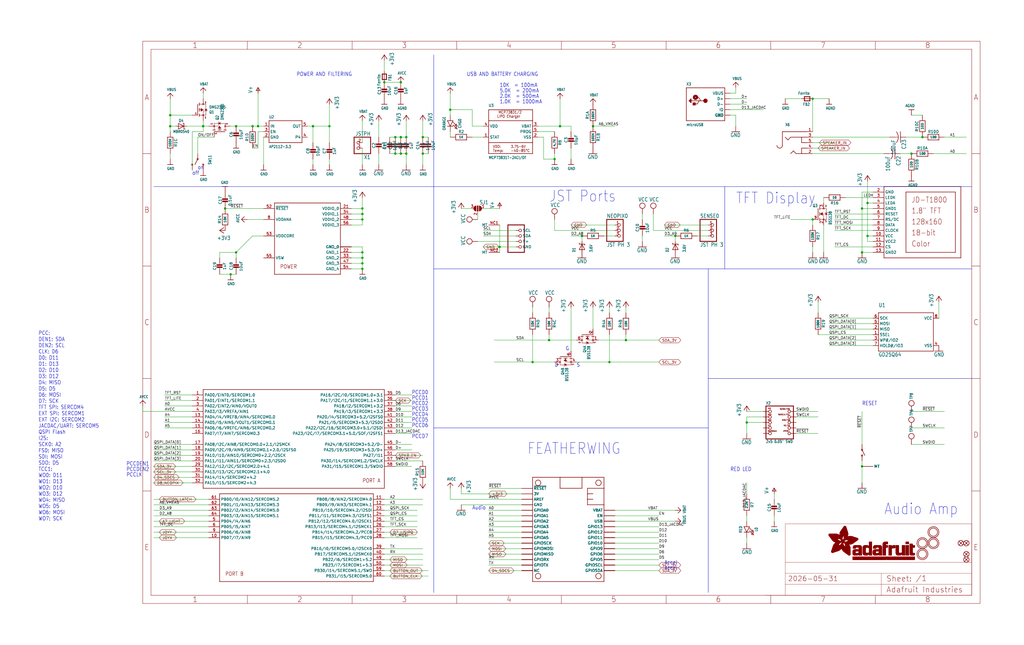
<source format=kicad_sch>
(kicad_sch (version 20230121) (generator eeschema)
  (paper "User" 473.71 298.602)
  (lib_symbols
    (symbol "working-eagle-import:AGND" (power)
      (property "Value" "AGND" (at -1.524 -2.54 0))
      (symbol "AGND_1_0"
        (pin power_in line (at 0 2.54 270) (length 2.54) (name "AGND") (number "1"))
      )
    )
    (symbol "working-eagle-import:ATSAMD51J"
      (symbol "ATSAMD51J_1_0"
        (text "PORT A" (at 48.26 -22.86 0) (effects (font (size 1.778 1.5113)) (justify left bottom)))
        (pin bidirectional line (at -30.48 17.78 0) (length 5.08) (name "PA00/EINT0/SERCOM1.0") (number "1"))
        (pin bidirectional line (at -30.48 7.62 0) (length 5.08) (name "PA04/I4/VREFB/AIN4/SERCOM0.0") (number "13"))
        (pin bidirectional line (at -30.48 5.08 0) (length 5.08) (name "PA05/I5/AIN5/VOUT1/SERCOM0.1") (number "14"))
        (pin bidirectional line (at -30.48 2.54 0) (length 5.08) (name "PA06/I6/VREFC/AIN6/SERCOM0.2") (number "15"))
        (pin bidirectional line (at -30.48 0 0) (length 5.08) (name "PA07/I7/AIN7/SERCOM0.3") (number "16"))
        (pin bidirectional line (at -30.48 -5.08 0) (length 5.08) (name "PA08/I2C/AIN8/SERCOM0.0+2.1/I2SMCK") (number "17"))
        (pin bidirectional line (at -30.48 -7.62 0) (length 5.08) (name "PA09/I2C/I9/AIN9/SERCOM0.1+2.0/I2SFS0") (number "18"))
        (pin bidirectional line (at -30.48 -10.16 0) (length 5.08) (name "PA10/I10/AIN10/SERCOM0+2.2/I2SCK") (number "19"))
        (pin bidirectional line (at -30.48 15.24 0) (length 5.08) (name "PA01/EINT1/SERCOM1.1") (number "2"))
        (pin bidirectional line (at -30.48 -12.7 0) (length 5.08) (name "PA11/I11/AIN11/SERCOM0+2.3/I2SDO") (number "20"))
        (pin bidirectional line (at -30.48 -15.24 0) (length 5.08) (name "PA12/I12/I2C/SERCOM2.0+4.1") (number "29"))
        (pin bidirectional line (at -30.48 12.7 0) (length 5.08) (name "PA02/EINT2/AIN0/VOUT0") (number "3"))
        (pin bidirectional line (at -30.48 -17.78 0) (length 5.08) (name "PA13/I13/I2C/SERCOM2.1+4.0") (number "30"))
        (pin bidirectional line (at -30.48 -20.32 0) (length 5.08) (name "PA14/I14/SERCOM2+4.2") (number "31"))
        (pin bidirectional line (at -30.48 -22.86 0) (length 5.08) (name "PA15/I15/SERCOM2+4.3") (number "32"))
        (pin bidirectional line (at 63.5 17.78 180) (length 5.08) (name "PA16/I2C/I0/SERCOM1.0+3.1") (number "35"))
        (pin bidirectional line (at 63.5 15.24 180) (length 5.08) (name "PA17/I2C/I1/SERCOM1.1+3.0") (number "36"))
        (pin bidirectional line (at 63.5 12.7 180) (length 5.08) (name "PA18/I2/SERCOM1+3.2") (number "37"))
        (pin bidirectional line (at 63.5 10.16 180) (length 5.08) (name "PA19/I3/SERCOM1+3.3") (number "38"))
        (pin bidirectional line (at -30.48 10.16 0) (length 5.08) (name "PA03/I3/VREFA/AIN1") (number "4"))
        (pin bidirectional line (at 63.5 7.62 180) (length 5.08) (name "PA20/I4/SERCOM3+5.2/I2SFS0") (number "41"))
        (pin bidirectional line (at 63.5 5.08 180) (length 5.08) (name "PA21/I5/SERCOM3+5.3/I2SDO") (number "42"))
        (pin bidirectional line (at 63.5 2.54 180) (length 5.08) (name "PA22/I2C/16/SERCOM3.0+5.1/I2SDI") (number "43"))
        (pin bidirectional line (at 63.5 0 180) (length 5.08) (name "PA23/I2C/I7/SERCOM3.1+5.0/SOF/I2SFS1") (number "44"))
        (pin bidirectional line (at 63.5 -5.08 180) (length 5.08) (name "PA24/I8/SERCOM3+5.2/D-") (number "45"))
        (pin bidirectional line (at 63.5 -7.62 180) (length 5.08) (name "PA25/19/SERCOM3+5.3/D+") (number "46"))
        (pin bidirectional line (at 63.5 -10.16 180) (length 5.08) (name "PA27/I11") (number "51"))
        (pin bidirectional line (at 63.5 -12.7 180) (length 5.08) (name "PA30/I14/SERCOM1.2/SWCLK") (number "57"))
        (pin bidirectional line (at 63.5 -15.24 180) (length 5.08) (name "PA31/I15/SERCOM1.3/SWDIO") (number "58"))
      )
      (symbol "ATSAMD51J_2_0"
        (text "PORT B" (at -35.56 -22.86 0) (effects (font (size 1.778 1.5113)) (justify left bottom)))
        (pin bidirectional line (at -43.18 -5.08 0) (length 5.08) (name "PB07/I7/AIN9") (number "10"))
        (pin bidirectional line (at 38.1 12.7 180) (length 5.08) (name "PB08/I8/AIN2/SERCOM4.0") (number "11"))
        (pin bidirectional line (at 38.1 10.16 180) (length 5.08) (name "PB09/I9/AIN3/SERCOM4.1") (number "12"))
        (pin bidirectional line (at 38.1 7.62 180) (length 5.08) (name "PB10/I10/SERCOM4.2/I2SDI") (number "23"))
        (pin bidirectional line (at 38.1 5.08 180) (length 5.08) (name "PB11/I11/SERCOM4.3/I2SFS1") (number "24"))
        (pin bidirectional line (at 38.1 2.54 180) (length 5.08) (name "PB12/I12/SERCOM4.0/I2SCK1") (number "25"))
        (pin bidirectional line (at 38.1 0 180) (length 5.08) (name "PB13/I13/SERCOM4.1/I2SMCK1") (number "26"))
        (pin bidirectional line (at 38.1 -2.54 180) (length 5.08) (name "PB14/I14/SERCOM4.2/PCC8") (number "27"))
        (pin bidirectional line (at 38.1 -5.08 180) (length 5.08) (name "PB15/I15/SERCOM4.3/PCC9") (number "28"))
        (pin bidirectional line (at 38.1 -10.16 180) (length 5.08) (name "PB16/I0/SERCOM5.0/I2SCK0") (number "39"))
        (pin bidirectional line (at 38.1 -12.7 180) (length 5.08) (name "PB17/SERCOM5.1/I2SMCK0") (number "40"))
        (pin bidirectional line (at 38.1 -15.24 180) (length 5.08) (name "PB22/I6/SERCOM1+5.2") (number "49"))
        (pin bidirectional line (at -43.18 2.54 0) (length 5.08) (name "PB04/I4/AIN6") (number "5"))
        (pin bidirectional line (at 38.1 -17.78 180) (length 5.08) (name "PB23/I7/SERCOM1+5.3") (number "50"))
        (pin bidirectional line (at 38.1 -20.32 180) (length 5.08) (name "PB30/I14/SERCOM5.1/SWO") (number "59"))
        (pin bidirectional line (at -43.18 0 0) (length 5.08) (name "PB05/I5/AIN7") (number "6"))
        (pin bidirectional line (at 38.1 -22.86 180) (length 5.08) (name "PB31/I15/SERCOM5.0") (number "60"))
        (pin bidirectional line (at -43.18 12.7 0) (length 5.08) (name "PB00/I0/AIN12/SERCOM5.2") (number "61"))
        (pin bidirectional line (at -43.18 10.16 0) (length 5.08) (name "PB01/I1/AIN13/SERCOM5.3") (number "62"))
        (pin bidirectional line (at -43.18 7.62 0) (length 5.08) (name "PB02/I2/AIN14/SERCOM5.0") (number "63"))
        (pin bidirectional line (at -43.18 5.08 0) (length 5.08) (name "PB03/I3/AIN15/SERCOM5.1") (number "64"))
        (pin bidirectional line (at -43.18 -2.54 0) (length 5.08) (name "PB06/I6/AIN8") (number "9"))
      )
      (symbol "ATSAMD51J_3_0"
        (text "POWER" (at -12.7 -12.7 0) (effects (font (size 1.778 1.5113)) (justify left bottom)))
        (pin bidirectional line (at 20.32 15.24 180) (length 5.08) (name "VDDIO_0") (number "21"))
        (pin bidirectional line (at 20.32 -5.08 180) (length 5.08) (name "GND_1") (number "22"))
        (pin bidirectional line (at 20.32 -7.62 180) (length 5.08) (name "GND_2") (number "33"))
        (pin bidirectional line (at 20.32 12.7 180) (length 5.08) (name "VDDIO_1") (number "34"))
        (pin bidirectional line (at 20.32 -10.16 180) (length 5.08) (name "GND_3") (number "47"))
        (pin bidirectional line (at 20.32 10.16 180) (length 5.08) (name "VDDIO_2") (number "48"))
        (pin bidirectional line (at -20.32 15.24 0) (length 5.08) (name "~{RESET}") (number "52"))
        (pin bidirectional line (at -20.32 2.54 0) (length 5.08) (name "VDDCORE") (number "53"))
        (pin bidirectional line (at 20.32 -12.7 180) (length 5.08) (name "GND_4") (number "54"))
        (pin bidirectional line (at -20.32 -7.62 0) (length 5.08) (name "VSW") (number "55"))
        (pin bidirectional line (at 20.32 7.62 180) (length 5.08) (name "VDDIO_3") (number "56"))
        (pin bidirectional line (at 20.32 -2.54 180) (length 5.08) (name "GND_0") (number "7"))
        (pin bidirectional line (at -20.32 10.16 0) (length 5.08) (name "VDDANA") (number "8"))
        (pin bidirectional line (at 20.32 -2.54 180) (length 5.08) (name "GND_0") (number "EXP"))
      )
    )
    (symbol "working-eagle-import:AUDIO_3.5MMJACK"
      (property "Reference" "X" (at -5.08 7.62 0))
      (symbol "AUDIO_3.5MMJACK_1_0"
        (pin bidirectional line (at 7.62 5.08 180) (length 2.54) (name "P$1") (number "1"))
        (pin bidirectional line (at 7.62 -5.08 180) (length 2.54) (name "P$5") (number "2"))
        (pin bidirectional line (at 7.62 2.54 180) (length 2.54) (name "P$2") (number "3"))
        (pin bidirectional line (at 7.62 -2.54 180) (length 2.54) (name "P$4") (number "4"))
        (pin bidirectional line (at 7.62 0 180) (length 2.54) (name "P$3") (number "5"))
      )
    )
    (symbol "working-eagle-import:AVCC" (power)
      (property "Value" "AVCC" (at -1.524 1.016 0))
      (symbol "AVCC_1_0"
        (pin power_in line (at 0 -2.54 90) (length 2.54) (name "AVCC") (number "1"))
      )
    )
    (symbol "working-eagle-import:C-USC1210"
      (property "Reference" "C" (at 1.016 0.635 0))
      (symbol "C-USC1210_1_0"
        (pin passive line (at 0 2.54 270) (length 2.54) (name "1") (number "1"))
        (pin passive line (at 0 -5.08 90) (length 2.54) (name "2") (number "2"))
      )
    )
    (symbol "working-eagle-import:CAP_CERAMIC0603_NO"
      (property "Reference" "C" (at -2.29 1.25 90))
      (symbol "CAP_CERAMIC0603_NO_1_0"
        (pin passive line (at 0 5.08 270) (length 2.54) (name "1") (number "1"))
        (pin passive line (at 0 -2.54 90) (length 2.54) (name "2") (number "2"))
      )
    )
    (symbol "working-eagle-import:CAP_CERAMIC0805-NOOUTLINE"
      (property "Reference" "C" (at -2.29 1.25 90))
      (symbol "CAP_CERAMIC0805-NOOUTLINE_1_0"
        (pin passive line (at 0 5.08 270) (length 2.54) (name "1") (number "1"))
        (pin passive line (at 0 -2.54 90) (length 2.54) (name "2") (number "2"))
      )
    )
    (symbol "working-eagle-import:CON_JST_PH_2PIN"
      (property "Reference" "X" (at -6.35 5.715 0))
      (symbol "CON_JST_PH_2PIN_1_0"
        (pin passive inverted (at -2.54 2.54 0) (length 2.54) (name "1") (number "1"))
        (pin passive inverted (at -2.54 0 0) (length 2.54) (name "2") (number "2"))
      )
    )
    (symbol "working-eagle-import:CON_JST_PH_3PIN"
      (property "Reference" "X" (at -6.35 5.715 0))
      (symbol "CON_JST_PH_3PIN_1_0"
        (pin passive inverted (at -2.54 2.54 0) (length 2.54) (name "1") (number "1"))
        (pin passive inverted (at -2.54 0 0) (length 2.54) (name "2") (number "2"))
        (pin passive inverted (at -2.54 -2.54 0) (length 2.54) (name "3") (number "3"))
      )
    )
    (symbol "working-eagle-import:DIODE-SCHOTTKYSOD-123"
      (property "Reference" "D" (at 0 2.54 0))
      (symbol "DIODE-SCHOTTKYSOD-123_1_0"
        (pin passive line (at -2.54 0 0) (length 2.54) (name "A") (number "A"))
        (pin passive line (at 2.54 0 180) (length 2.54) (name "C") (number "C"))
      )
    )
    (symbol "working-eagle-import:DIODE-ZENERSOD323"
      (property "Reference" "D" (at -2.54 3.0226 0))
      (symbol "DIODE-ZENERSOD323_1_0"
        (pin passive line (at -2.54 0 0) (length 2.54) (name "A") (number "A"))
        (pin passive line (at 2.54 0 180) (length 2.54) (name "C") (number "C"))
      )
    )
    (symbol "working-eagle-import:DISP_LCD_JDT1800"
      (symbol "DISP_LCD_JDT1800_1_0"
        (text "1.8\" TFT" (at -5.08 5.08 0) (effects (font (size 2.54 2.159)) (justify left bottom)))
        (text "128x160" (at -5.08 0 0) (effects (font (size 2.54 2.159)) (justify left bottom)))
        (text "18-bit" (at -5.08 -5.08 0) (effects (font (size 2.54 2.159)) (justify left bottom)))
        (text "Color" (at -5.08 -10.16 0) (effects (font (size 2.54 2.159)) (justify left bottom)))
        (text "JD-T1800" (at -5.08 10.16 0) (effects (font (size 2.54 2.159)) (justify left bottom)))
        (pin power_in line (at -22.86 -5.08 0) (length 5.08) (name "VCC") (number "10"))
        (pin power_in line (at -22.86 -7.62 0) (length 5.08) (name "VCC2") (number "11"))
        (pin input line (at -22.86 -10.16 0) (length 5.08) (name "CS") (number "12"))
        (pin power_in line (at -22.86 -12.7 0) (length 5.08) (name "GND2") (number "13"))
        (pin power_in line (at -22.86 15.24 0) (length 5.08) (name "GND") (number "2"))
        (pin input line (at -22.86 12.7 0) (length 5.08) (name "LEDK") (number "3"))
        (pin input line (at -22.86 10.16 0) (length 5.08) (name "LEDA") (number "4"))
        (pin power_in line (at -22.86 7.62 0) (length 5.08) (name "GND1") (number "5"))
        (pin input line (at -22.86 5.08 0) (length 5.08) (name "RESET") (number "6"))
        (pin input line (at -22.86 2.54 0) (length 5.08) (name "RS/DC") (number "7"))
        (pin bidirectional line (at -22.86 0 0) (length 5.08) (name "DATA") (number "8"))
        (pin input line (at -22.86 -2.54 0) (length 5.08) (name "CLOCK") (number "9"))
      )
    )
    (symbol "working-eagle-import:FEATHERWING_SMTDUALNOHOLES"
      (symbol "FEATHERWING_SMTDUALNOHOLES_1_0"
        (pin input line (at 5.08 -5.08 90) (length 5.08) (name "~{RESET}") (number "1"))
        (pin bidirectional line (at 27.94 -5.08 90) (length 5.08) (name "GPIOA5") (number "10"))
        (pin bidirectional line (at 27.94 -5.08 90) (length 5.08) (name "GPIOA5") (number "10B"))
        (pin bidirectional line (at 30.48 -5.08 90) (length 5.08) (name "GPIOSCK") (number "11"))
        (pin bidirectional line (at 30.48 -5.08 90) (length 5.08) (name "GPIOSCK") (number "11B"))
        (pin bidirectional line (at 33.02 -5.08 90) (length 5.08) (name "GPIOMOSI") (number "12"))
        (pin bidirectional line (at 33.02 -5.08 90) (length 5.08) (name "GPIOMOSI") (number "12B"))
        (pin bidirectional line (at 35.56 -5.08 90) (length 5.08) (name "GPIOMISO") (number "13"))
        (pin bidirectional line (at 35.56 -5.08 90) (length 5.08) (name "GPIOMISO") (number "13B"))
        (pin bidirectional line (at 38.1 -5.08 90) (length 5.08) (name "GPIORX") (number "14"))
        (pin bidirectional line (at 38.1 -5.08 90) (length 5.08) (name "GPIORX") (number "14B"))
        (pin bidirectional line (at 40.64 -5.08 90) (length 5.08) (name "GPIOTX") (number "15"))
        (pin bidirectional line (at 40.64 -5.08 90) (length 5.08) (name "GPIOTX") (number "15B"))
        (pin passive line (at 43.18 -5.08 90) (length 5.08) (name "NC") (number "16"))
        (pin passive line (at 43.18 -5.08 90) (length 5.08) (name "NC") (number "16B"))
        (pin bidirectional line (at 43.18 38.1 270) (length 5.08) (name "GPIOSDA") (number "17"))
        (pin bidirectional line (at 43.18 38.1 270) (length 5.08) (name "GPIOSDA") (number "17B"))
        (pin bidirectional line (at 40.64 38.1 270) (length 5.08) (name "GPIOSCL") (number "18"))
        (pin bidirectional line (at 40.64 38.1 270) (length 5.08) (name "GPIOSCL") (number "18B"))
        (pin bidirectional line (at 38.1 38.1 270) (length 5.08) (name "GPIO5") (number "19"))
        (pin bidirectional line (at 38.1 38.1 270) (length 5.08) (name "GPIO5") (number "19B"))
        (pin input line (at 5.08 -5.08 90) (length 5.08) (name "~{RESET}") (number "1B"))
        (pin power_in line (at 7.62 -5.08 90) (length 5.08) (name "3V") (number "2"))
        (pin bidirectional line (at 35.56 38.1 270) (length 5.08) (name "GPIO6") (number "20"))
        (pin bidirectional line (at 35.56 38.1 270) (length 5.08) (name "GPIO6") (number "20B"))
        (pin bidirectional line (at 33.02 38.1 270) (length 5.08) (name "GPIO9") (number "21"))
        (pin bidirectional line (at 33.02 38.1 270) (length 5.08) (name "GPIO9") (number "21B"))
        (pin bidirectional line (at 30.48 38.1 270) (length 5.08) (name "GPIO10") (number "22"))
        (pin bidirectional line (at 30.48 38.1 270) (length 5.08) (name "GPIO10") (number "22B"))
        (pin bidirectional line (at 27.94 38.1 270) (length 5.08) (name "GPIO11") (number "23"))
        (pin bidirectional line (at 27.94 38.1 270) (length 5.08) (name "GPIO11") (number "23B"))
        (pin bidirectional line (at 25.4 38.1 270) (length 5.08) (name "GPIO12") (number "24"))
        (pin bidirectional line (at 25.4 38.1 270) (length 5.08) (name "GPIO12") (number "24B"))
        (pin bidirectional line (at 22.86 38.1 270) (length 5.08) (name "GPIO13") (number "25"))
        (pin bidirectional line (at 22.86 38.1 270) (length 5.08) (name "GPIO13") (number "25B"))
        (pin power_in line (at 20.32 38.1 270) (length 5.08) (name "USB") (number "26"))
        (pin power_in line (at 20.32 38.1 270) (length 5.08) (name "USB") (number "26B"))
        (pin passive line (at 17.78 38.1 270) (length 5.08) (name "EN") (number "27"))
        (pin passive line (at 17.78 38.1 270) (length 5.08) (name "EN") (number "27B"))
        (pin power_in line (at 15.24 38.1 270) (length 5.08) (name "VBAT") (number "28"))
        (pin power_in line (at 15.24 38.1 270) (length 5.08) (name "VBAT") (number "28B"))
        (pin power_in line (at 7.62 -5.08 90) (length 5.08) (name "3V") (number "2B"))
        (pin passive line (at 10.16 -5.08 90) (length 5.08) (name "AREF") (number "3"))
        (pin passive line (at 10.16 -5.08 90) (length 5.08) (name "AREF") (number "3B"))
        (pin power_in line (at 12.7 -5.08 90) (length 5.08) (name "GND") (number "4"))
        (pin power_in line (at 12.7 -5.08 90) (length 5.08) (name "GND") (number "4B"))
        (pin bidirectional line (at 15.24 -5.08 90) (length 5.08) (name "GPIOA0") (number "5"))
        (pin bidirectional line (at 15.24 -5.08 90) (length 5.08) (name "GPIOA0") (number "5B"))
        (pin bidirectional line (at 17.78 -5.08 90) (length 5.08) (name "GPIOA1") (number "6"))
        (pin bidirectional line (at 17.78 -5.08 90) (length 5.08) (name "GPIOA1") (number "6B"))
        (pin bidirectional line (at 20.32 -5.08 90) (length 5.08) (name "GPIOA2") (number "7"))
        (pin bidirectional line (at 20.32 -5.08 90) (length 5.08) (name "GPIOA2") (number "7B"))
        (pin bidirectional line (at 22.86 -5.08 90) (length 5.08) (name "GPIOA3") (number "8"))
        (pin bidirectional line (at 22.86 -5.08 90) (length 5.08) (name "GPIOA3") (number "8B"))
        (pin bidirectional line (at 25.4 -5.08 90) (length 5.08) (name "GPIOA4") (number "9"))
        (pin bidirectional line (at 25.4 -5.08 90) (length 5.08) (name "GPIOA4") (number "9B"))
      )
    )
    (symbol "working-eagle-import:FERRITE-0805NO"
      (property "Reference" "FB" (at -1.27 1.905 0))
      (symbol "FERRITE-0805NO_1_0"
        (pin passive line (at -2.54 0 0) (length 2.54) (name "P$1") (number "1"))
        (pin passive line (at 2.54 0 180) (length 2.54) (name "P$2") (number "2"))
      )
    )
    (symbol "working-eagle-import:FERRITE_0805MP"
      (property "Reference" "FB" (at -1.27 1.905 0))
      (symbol "FERRITE_0805MP_1_0"
        (pin passive line (at -2.54 0 0) (length 2.54) (name "P$1") (number "1"))
        (pin passive line (at 2.54 0 180) (length 2.54) (name "P$2") (number "2"))
      )
    )
    (symbol "working-eagle-import:FIDUCIAL_1MM")
    (symbol "working-eagle-import:FRAME_A3_ADAFRUIT"
      (symbol "FRAME_A3_ADAFRUIT_1_0"
        (text "${#}/${##}" (at 357.505 10.16 0) (effects (font (size 2.54 2.54)) (justify left bottom)))
        (text "${CURRENT_DATE}" (at 298.45 10.16 0) (effects (font (size 2.286 2.286)) (justify left bottom)))
        (text "${PROJECTNAME}" (at 298.45 15.24 0) (effects (font (size 2.54 2.54)) (justify left bottom)))
        (text "1" (at 24.2094 1.905 0) (effects (font (size 2.54 2.286))))
        (text "1" (at 24.2094 258.445 0) (effects (font (size 2.54 2.286))))
        (text "2" (at 72.6281 1.905 0) (effects (font (size 2.54 2.286))))
        (text "2" (at 72.6281 258.445 0) (effects (font (size 2.54 2.286))))
        (text "3" (at 121.0469 1.905 0) (effects (font (size 2.54 2.286))))
        (text "3" (at 121.0469 258.445 0) (effects (font (size 2.54 2.286))))
        (text "4" (at 169.4656 1.905 0) (effects (font (size 2.54 2.286))))
        (text "4" (at 169.4656 258.445 0) (effects (font (size 2.54 2.286))))
        (text "5" (at 217.8844 1.905 0) (effects (font (size 2.54 2.286))))
        (text "5" (at 217.8844 258.445 0) (effects (font (size 2.54 2.286))))
        (text "6" (at 266.3031 1.905 0) (effects (font (size 2.54 2.286))))
        (text "6" (at 266.3031 258.445 0) (effects (font (size 2.54 2.286))))
        (text "7" (at 314.7219 1.905 0) (effects (font (size 2.54 2.286))))
        (text "7" (at 314.7219 258.445 0) (effects (font (size 2.54 2.286))))
        (text "8" (at 363.1406 1.905 0) (effects (font (size 2.54 2.286))))
        (text "8" (at 363.1406 258.445 0) (effects (font (size 2.54 2.286))))
        (text "A" (at 1.905 234.315 0) (effects (font (size 2.54 2.286))))
        (text "A" (at 385.445 234.315 0) (effects (font (size 2.54 2.286))))
        (text "Adafruit Industries" (at 343.916 4.953 0) (effects (font (size 2.54 2.54)) (justify left bottom)))
        (text "B" (at 1.905 182.245 0) (effects (font (size 2.54 2.286))))
        (text "B" (at 385.445 182.245 0) (effects (font (size 2.54 2.286))))
        (text "C" (at 1.905 130.175 0) (effects (font (size 2.54 2.286))))
        (text "C" (at 385.445 130.175 0) (effects (font (size 2.54 2.286))))
        (text "D" (at 1.905 78.105 0) (effects (font (size 2.54 2.286))))
        (text "D" (at 385.445 78.105 0) (effects (font (size 2.54 2.286))))
        (text "E" (at 1.905 26.035 0) (effects (font (size 2.54 2.286))))
        (text "E" (at 385.445 26.035 0) (effects (font (size 2.54 2.286))))
        (text "Sheet:" (at 343.916 10.033 0) (effects (font (size 2.54 2.54)) (justify left bottom)))
      )
    )
    (symbol "working-eagle-import:GND" (power)
      (property "Value" "GND" (at -1.524 -2.54 0))
      (symbol "GND_1_0"
        (pin power_in line (at 0 2.54 270) (length 2.54) (name "GND") (number "1"))
      )
    )
    (symbol "working-eagle-import:JTAG-CORTEXBOXPOSTS"
      (property "Reference" "X" (at -6.35 8.255 0))
      (symbol "JTAG-CORTEXBOXPOSTS_1_0"
        (text "GND" (at -5.588 0.762 0) (effects (font (size 0.635 0.5397)) (justify left bottom)))
        (text "GND" (at -5.588 3.302 0) (effects (font (size 0.635 0.5397)) (justify left bottom)))
        (text "GNDDetect" (at -5.588 -4.318 0) (effects (font (size 0.635 0.5397)) (justify left bottom)))
        (text "KEY" (at -5.588 -1.778 0) (effects (font (size 0.635 0.5397)) (justify left bottom)))
        (text "NC/TDI" (at 1.778 -1.778 0) (effects (font (size 0.635 0.5397)) (justify left bottom)))
        (text "nRESET" (at 1.524 -4.318 0) (effects (font (size 0.635 0.5397)) (justify left bottom)))
        (text "SWDCLK/TCK" (at -0.762 3.302 0) (effects (font (size 0.635 0.5397)) (justify left bottom)))
        (text "SWDIO/TMS" (at 0 5.842 0) (effects (font (size 0.635 0.5397)) (justify left bottom)))
        (text "SWO/TDO" (at 1.016 0.762 0) (effects (font (size 0.635 0.5397)) (justify left bottom)))
        (text "VCC" (at -5.588 6.096 0) (effects (font (size 0.635 0.5397)) (justify left bottom)))
        (pin power_in line (at -7.62 5.08 0) (length 2.54) (name "VCC") (number "1"))
        (pin bidirectional line (at 7.62 -5.08 180) (length 2.54) (name "NRESET") (number "10"))
        (pin bidirectional line (at 7.62 5.08 180) (length 2.54) (name "SWDIO") (number "2"))
        (pin power_in line (at -7.62 2.54 0) (length 2.54) (name "GND@1") (number "3"))
        (pin bidirectional line (at 7.62 2.54 180) (length 2.54) (name "SWDCLK") (number "4"))
        (pin power_in line (at -7.62 0 0) (length 2.54) (name "GND@2") (number "5"))
        (pin bidirectional line (at 7.62 0 180) (length 2.54) (name "SWO") (number "6"))
        (pin bidirectional line (at -7.62 -2.54 0) (length 2.54) (name "KEY") (number "7"))
        (pin bidirectional line (at 7.62 -2.54 180) (length 2.54) (name "TDI") (number "8"))
        (pin bidirectional line (at -7.62 -5.08 0) (length 2.54) (name "GNDDETECT") (number "9"))
      )
    )
    (symbol "working-eagle-import:LED0805_NOOUTLINE"
      (property "Reference" "D" (at -1.27 4.445 0))
      (symbol "LED0805_NOOUTLINE_1_0"
        (pin passive line (at -5.08 0 0) (length 2.54) (name "A") (number "A"))
        (pin passive line (at 2.54 0 180) (length 2.54) (name "C") (number "C"))
      )
    )
    (symbol "working-eagle-import:MCP73831/2"
      (property "Reference" "U" (at -10.16 11.43 0))
      (symbol "MCP73831/2_1_0"
        (text "-40-85°C" (at 0 -9.525 0) (effects (font (size 1.27 1.0795)) (justify left bottom)))
        (text "3.75-6V" (at 0 -7.62 0) (effects (font (size 1.27 1.0795)) (justify left bottom)))
        (text "LIPO Charger" (at -6.35 6.35 0) (effects (font (size 1.27 1.0795)) (justify left bottom)))
        (text "MCP73831/2" (at -5.715 8.255 0) (effects (font (size 1.27 1.0795)) (justify left bottom)))
        (text "Temp:" (at -8.255 -9.525 0) (effects (font (size 1.27 1.0795)) (justify left bottom)))
        (text "VDD:" (at -8.255 -7.62 0) (effects (font (size 1.27 1.0795)) (justify left bottom)))
        (pin output line (at -12.7 -2.54 0) (length 2.54) (name "STAT") (number "1"))
        (pin power_in line (at 12.7 -2.54 180) (length 2.54) (name "VSS") (number "2"))
        (pin power_in line (at 12.7 2.54 180) (length 2.54) (name "VBAT") (number "3"))
        (pin power_in line (at -12.7 2.54 0) (length 2.54) (name "VDD") (number "4"))
        (pin input line (at 12.7 0 180) (length 2.54) (name "PROG") (number "5"))
      )
    )
    (symbol "working-eagle-import:MOSFET-NWIDE"
      (property "Reference" "Q" (at 5.08 0.635 0))
      (symbol "MOSFET-NWIDE_1_0"
        (text "D" (at 3.175 3.175 0) (effects (font (size 0.8128 0.6908)) (justify left bottom)))
        (text "G" (at -1.27 -1.905 0) (effects (font (size 0.8128 0.6908)) (justify left bottom)))
        (text "S" (at 3.175 -3.81 0) (effects (font (size 0.8128 0.6908)) (justify left bottom)))
        (pin bidirectional line (at -2.54 -2.54 0) (length 2.54) (name "G") (number "1"))
        (pin bidirectional line (at 2.54 -5.08 90) (length 2.54) (name "S") (number "2"))
        (pin bidirectional line (at 2.54 5.08 270) (length 2.54) (name "D") (number "3"))
      )
    )
    (symbol "working-eagle-import:MOSFET-N_DUAL"
      (property "Reference" "Q" (at 5.08 0.635 0))
      (symbol "MOSFET-N_DUAL_1_0"
        (text "D" (at 3.175 3.175 0) (effects (font (size 0.8128 0.6908)) (justify left bottom)))
        (text "G" (at -1.27 -1.905 0) (effects (font (size 0.8128 0.6908)) (justify left bottom)))
        (text "S" (at 3.175 -3.81 0) (effects (font (size 0.8128 0.6908)) (justify left bottom)))
        (pin bidirectional line (at 2.54 -5.08 90) (length 2.54) (name "S") (number "1"))
        (pin bidirectional line (at -2.54 -2.54 0) (length 2.54) (name "G") (number "2"))
        (pin bidirectional line (at 2.54 5.08 270) (length 2.54) (name "D") (number "6"))
      )
      (symbol "MOSFET-N_DUAL_2_0"
        (text "D" (at 3.175 3.175 0) (effects (font (size 0.8128 0.6908)) (justify left bottom)))
        (text "G" (at -1.27 -1.905 0) (effects (font (size 0.8128 0.6908)) (justify left bottom)))
        (text "S" (at 3.175 -3.81 0) (effects (font (size 0.8128 0.6908)) (justify left bottom)))
        (pin bidirectional line (at 2.54 5.08 270) (length 2.54) (name "D") (number "3"))
        (pin bidirectional line (at 2.54 -5.08 90) (length 2.54) (name "S") (number "4"))
        (pin bidirectional line (at -2.54 -2.54 0) (length 2.54) (name "G") (number "5"))
      )
    )
    (symbol "working-eagle-import:MOSFET-P"
      (property "Reference" "Q" (at 2.794 0.381 0))
      (symbol "MOSFET-P_1_0"
        (text "D" (at 0.635 -3.81 0) (effects (font (size 0.8128 0.6908)) (justify left bottom)))
        (text "G" (at -3.81 1.27 0) (effects (font (size 0.8128 0.6908)) (justify left bottom)))
        (text "S" (at 0.635 3.175 0) (effects (font (size 0.8128 0.6908)) (justify left bottom)))
        (pin passive line (at -5.08 2.54 0) (length 2.54) (name "G") (number "1"))
        (pin passive line (at 0 5.08 270) (length 2.54) (name "S") (number "2"))
        (pin passive line (at 0 -5.08 90) (length 2.54) (name "D") (number "3"))
      )
    )
    (symbol "working-eagle-import:MOUNTINGHOLE3.0THIN")
    (symbol "working-eagle-import:RESISTOR_0603_NOOUT"
      (property "Reference" "R" (at 0 2.54 0))
      (symbol "RESISTOR_0603_NOOUT_1_0"
        (pin passive line (at -5.08 0 0) (length 2.54) (name "1") (number "1"))
        (pin passive line (at 5.08 0 180) (length 2.54) (name "2") (number "2"))
      )
    )
    (symbol "working-eagle-import:RESISTOR_4PACK"
      (property "Reference" "R" (at 0 2.54 0))
      (symbol "RESISTOR_4PACK_1_0"
        (pin passive line (at -5.08 0 0) (length 2.54) (name "1") (number "1"))
        (pin passive line (at 5.08 0 180) (length 2.54) (name "2") (number "8"))
      )
      (symbol "RESISTOR_4PACK_2_0"
        (pin passive line (at -5.08 0 0) (length 2.54) (name "1") (number "2"))
        (pin passive line (at 5.08 0 180) (length 2.54) (name "2") (number "7"))
      )
      (symbol "RESISTOR_4PACK_3_0"
        (pin passive line (at -5.08 0 0) (length 2.54) (name "1") (number "3"))
        (pin passive line (at 5.08 0 180) (length 2.54) (name "2") (number "6"))
      )
      (symbol "RESISTOR_4PACK_4_0"
        (pin passive line (at -5.08 0 0) (length 2.54) (name "1") (number "4"))
        (pin passive line (at 5.08 0 180) (length 2.54) (name "2") (number "5"))
      )
    )
    (symbol "working-eagle-import:SOLDERJUMPER_2WAY"
      (property "Reference" "SJ" (at -5.08 -3.81 0))
      (symbol "SOLDERJUMPER_2WAY_1_0"
        (pin passive line (at -2.54 0 0) (length 0) (name "1") (number "1"))
        (pin passive line (at 0 2.54 270) (length 0) (name "2") (number "2"))
        (pin passive line (at 2.54 0 180) (length 0) (name "3") (number "3"))
      )
    )
    (symbol "working-eagle-import:SPIFLASH_8PIN208MIL"
      (property "Reference" "U" (at -12.7 12.7 0))
      (symbol "SPIFLASH_8PIN208MIL_1_0"
        (pin bidirectional line (at -15.24 0 0) (length 2.54) (name "SSEL") (number "1"))
        (pin bidirectional line (at -15.24 2.54 0) (length 2.54) (name "MISO") (number "2"))
        (pin bidirectional line (at -15.24 -2.54 0) (length 2.54) (name "WP#/IO2") (number "3"))
        (pin bidirectional line (at 15.24 -5.08 180) (length 2.54) (name "VSS") (number "4"))
        (pin bidirectional line (at -15.24 5.08 0) (length 2.54) (name "MOSI") (number "5"))
        (pin bidirectional line (at -15.24 7.62 0) (length 2.54) (name "SCK") (number "6"))
        (pin bidirectional line (at -15.24 -5.08 0) (length 2.54) (name "HOLD#/IO3") (number "7"))
        (pin bidirectional line (at 15.24 7.62 180) (length 2.54) (name "VCC") (number "8"))
      )
    )
    (symbol "working-eagle-import:STEMMA_I2C_RASMT"
      (symbol "STEMMA_I2C_RASMT_1_0"
        (pin passive inverted (at 0 5.08 0) (length 2.54) (name "GND") (number "1"))
        (pin passive inverted (at 0 2.54 0) (length 2.54) (name "V+") (number "2"))
        (pin passive inverted (at 0 0 0) (length 2.54) (name "SDA") (number "3"))
        (pin passive inverted (at 0 -2.54 0) (length 2.54) (name "SCL") (number "4"))
      )
      (symbol "STEMMA_I2C_RASMT_2_0"
        (pin bidirectional line (at 0 0 0) (length 5.08) (name "MT") (number "NC1"))
      )
      (symbol "STEMMA_I2C_RASMT_3_0"
        (pin bidirectional line (at 0 0 0) (length 5.08) (name "MT") (number "NC2"))
      )
    )
    (symbol "working-eagle-import:SWITCH_SPDT"
      (property "Reference" "SW" (at -4.445 -6.35 0))
      (symbol "SWITCH_SPDT_1_0"
        (pin passive line (at 2.54 2.54 180) (length 2.54) (name "O") (number "A"))
        (pin passive line (at -5.08 0 0) (length 2.54) (name "P") (number "B"))
        (pin passive line (at 2.54 -2.54 180) (length 2.54) (name "S") (number "C"))
      )
    )
    (symbol "working-eagle-import:SWITCH_SPST_TACT_RA"
      (symbol "SWITCH_SPST_TACT_RA_1_0"
        (pin passive line (at -5.08 0 0) (length 2.54) (name "P") (number "1"))
        (pin passive line (at 2.54 0 180) (length 2.54) (name "S") (number "2"))
      )
      (symbol "SWITCH_SPST_TACT_RA_2_0"
        (pin bidirectional line (at 0 0 0) (length 5.08) (name "MT") (number "MT1"))
        (pin bidirectional line (at 0 0 0) (length 5.08) (name "MT") (number "MT2"))
      )
    )
    (symbol "working-eagle-import:TESTPOINTROUND2MMNO"
      (property "Reference" "TP" (at 0 5.588 90))
      (symbol "TESTPOINTROUND2MMNO_1_0"
        (pin bidirectional line (at 0 0 90) (length 2.54) (name "P$1") (number "P$1"))
      )
    )
    (symbol "working-eagle-import:USB_MICRO_20329_V2"
      (property "Reference" "X" (at -10.16 8.636 0))
      (symbol "USB_MICRO_20329_V2_1_0"
        (pin power_in line (at 10.16 -5.08 180) (length 2.54) (name "GND") (number "BASE@1"))
        (pin power_in line (at 10.16 -5.08 180) (length 2.54) (name "GND") (number "BASE@2"))
        (pin bidirectional line (at 10.16 2.54 180) (length 2.54) (name "D+") (number "D+"))
        (pin bidirectional line (at 10.16 0 180) (length 2.54) (name "D-") (number "D-"))
        (pin power_in line (at 10.16 -5.08 180) (length 2.54) (name "GND") (number "GND"))
        (pin bidirectional line (at 10.16 -2.54 180) (length 2.54) (name "ID") (number "ID"))
        (pin power_in line (at 10.16 -5.08 180) (length 2.54) (name "GND") (number "SPRT@1"))
        (pin power_in line (at 10.16 -5.08 180) (length 2.54) (name "GND") (number "SPRT@2"))
        (pin power_in line (at 10.16 -5.08 180) (length 2.54) (name "GND") (number "SPRT@3"))
        (pin power_in line (at 10.16 -5.08 180) (length 2.54) (name "GND") (number "SPRT@4"))
        (pin power_in line (at 10.16 5.08 180) (length 2.54) (name "VBUS") (number "VBUS"))
      )
    )
    (symbol "working-eagle-import:V+" (power)
      (property "Value" "V+" (at -2.54 -2.54 90))
      (symbol "V+_1_0"
        (pin power_in line (at 0 -2.54 90) (length 2.54) (name "V+") (number "1"))
      )
    )
    (symbol "working-eagle-import:VBAT" (power)
      (property "Value" "VBAT" (at -1.524 1.016 0))
      (symbol "VBAT_1_0"
        (pin power_in line (at 0 -2.54 90) (length 2.54) (name "VBAT") (number "1"))
      )
    )
    (symbol "working-eagle-import:VBUS" (power)
      (property "Value" "VBUS" (at -1.524 1.016 0))
      (symbol "VBUS_1_0"
        (pin power_in line (at 0 -2.54 90) (length 2.54) (name "VBUS") (number "1"))
      )
    )
    (symbol "working-eagle-import:VCC" (power)
      (property "Value" "VCC" (at -1.905 3.175 0))
      (symbol "VCC_1_0"
        (pin power_in line (at 0 -2.54 90) (length 2.54) (name "VCC") (number "1"))
      )
    )
    (symbol "working-eagle-import:VREG_SOT23-5"
      (property "Reference" "U" (at -7.62 6.096 0))
      (symbol "VREG_SOT23-5_1_0"
        (pin power_in line (at -10.16 2.54 0) (length 2.54) (name "IN") (number "1"))
        (pin power_in line (at -10.16 -2.54 0) (length 2.54) (name "GND") (number "2"))
        (pin input line (at -10.16 0 0) (length 2.54) (name "EN") (number "3"))
        (pin bidirectional line (at 10.16 -2.54 180) (length 2.54) (name "P4") (number "4"))
        (pin power_in line (at 10.16 2.54 180) (length 2.54) (name "OUT") (number "5"))
      )
    )
    (symbol "working-eagle-import:supply1_+3V3" (power)
      (property "Value" "supply1_+3V3" (at -2.54 -5.08 90))
      (symbol "supply1_+3V3_1_0"
        (pin power_in line (at 0 -2.54 90) (length 2.54) (name "+3V3") (number "1"))
      )
    )
    (symbol "working-eagle-import:supply1_GND" (power)
      (property "Value" "supply1_GND" (at -2.54 -2.54 0))
      (symbol "supply1_GND_1_0"
        (pin power_in line (at 0 2.54 270) (length 2.54) (name "GND") (number "1"))
      )
    )
  )
  (junction (at 195.58 63.5))
  (junction (at 398.78 96.52))
  (junction (at 144.78 58.42))
  (junction (at 421.64 71.12))
  (junction (at 231.14 114.3))
  (junction (at 426.72 63.5))
  (junction (at 246.38 167.64))
  (junction (at 312.42 109.22))
  (junction (at 182.88 63.5))
  (junction (at 254 157.48))
  (junction (at 119.38 58.42))
  (junction (at 187.96 71.12))
  (junction (at 106.68 127))
  (junction (at 289.56 157.48))
  (junction (at 78.74 53.34))
  (junction (at 93.98 58.42))
  (junction (at 195.58 71.12))
  (junction (at 185.42 63.5))
  (junction (at 269.24 109.22))
  (junction (at 345.44 195.58))
  (junction (at 167.64 121.92))
  (junction (at 185.42 38.1))
  (junction (at 398.78 215.9))
  (junction (at 182.88 71.12))
  (junction (at 152.4 58.42))
  (junction (at 398.78 116.84))
  (junction (at 109.22 116.84))
  (junction (at 187.96 63.5))
  (junction (at 401.32 93.98))
  (junction (at 401.32 109.22))
  (junction (at 104.14 96.52))
  (junction (at 259.08 58.42))
  (junction (at 167.64 101.6))
  (junction (at 167.64 119.38))
  (junction (at 281.94 167.64))
  (junction (at 116.84 58.42))
  (junction (at 109.22 58.42))
  (junction (at 167.64 96.52))
  (junction (at 208.28 50.8))
  (junction (at 78.74 58.42))
  (junction (at 167.64 99.06))
  (junction (at 274.32 58.42))
  (junction (at 375.92 101.6))
  (junction (at 375.92 45.72))
  (junction (at 256.54 73.66))
  (junction (at 185.42 71.12))
  (junction (at 167.64 124.46))
  (junction (at 177.8 38.1))
  (junction (at 167.64 116.84))
  (wire (pts (xy 208.28 53.34) (xy 208.28 50.8)) (stroke (width 0.1524)))
  (wire (pts (xy 88.9 187.96) (xy 76.2 187.96)) (stroke (width 0.1524)))
  (wire (pts (xy 119.38 43.18) (xy 119.38 58.42)) (stroke (width 0.1524)))
  (wire (pts (xy 284.48 104.14) (xy 264.16 104.14)) (stroke (width 0.1524)))
  (wire (pts (xy 383.54 149.86) (xy 403.86 149.86)) (stroke (width 0.1524)))
  (wire (pts (xy 241.3 254) (xy 226.06 254)) (stroke (width 0.1524)))
  (wire (pts (xy 187.96 55.88) (xy 187.96 63.5)) (stroke (width 0.1524)))
  (wire (pts (xy 182.88 182.88) (xy 190.5 182.88)) (stroke (width 0.1524)))
  (polyline (pts (xy 327.66 274.32) (xy 327.66 198.12)) (stroke (width 0.1524) (type solid)))
  (wire (pts (xy 378.46 139.7) (xy 378.46 144.78)) (stroke (width 0.1524)))
  (wire (pts (xy 116.84 109.22) (xy 109.22 116.84)) (stroke (width 0.1524)))
  (wire (pts (xy 251.46 63.5) (xy 251.46 73.66)) (stroke (width 0.1524)))
  (wire (pts (xy 403.86 157.48) (xy 383.54 157.48)) (stroke (width 0.1524)))
  (wire (pts (xy 353.06 190.5) (xy 345.44 190.5)) (stroke (width 0.1524)))
  (wire (pts (xy 345.44 48.26) (xy 337.82 48.26)) (stroke (width 0.1524)))
  (wire (pts (xy 284.48 259.08) (xy 304.8 259.08)) (stroke (width 0.1524)))
  (wire (pts (xy 226.06 261.62) (xy 241.3 261.62)) (stroke (width 0.1524)))
  (wire (pts (xy 327.66 109.22) (xy 322.58 109.22)) (stroke (width 0.1524)))
  (wire (pts (xy 177.8 261.62) (xy 195.58 261.62)) (stroke (width 0.1524)))
  (wire (pts (xy 264.16 68.58) (xy 264.16 73.66)) (stroke (width 0.1524)))
  (wire (pts (xy 144.78 66.04) (xy 144.78 58.42)) (stroke (width 0.1524)))
  (wire (pts (xy 241.3 226.06) (xy 226.06 226.06)) (stroke (width 0.1524)))
  (wire (pts (xy 190.5 195.58) (xy 182.88 195.58)) (stroke (width 0.1524)))
  (wire (pts (xy 162.56 104.14) (xy 167.64 104.14)) (stroke (width 0.1524)))
  (wire (pts (xy 96.52 248.92) (xy 71.12 248.92)) (stroke (width 0.1524)))
  (wire (pts (xy 182.88 71.12) (xy 180.34 71.12)) (stroke (width 0.1524)))
  (wire (pts (xy 162.56 114.3) (xy 167.64 114.3)) (stroke (width 0.1524)))
  (wire (pts (xy 187.96 63.5) (xy 185.42 63.5)) (stroke (width 0.1524)))
  (wire (pts (xy 88.9 60.96) (xy 88.9 78.74)) (stroke (width 0.1524)))
  (wire (pts (xy 381 93.98) (xy 381 91.44)) (stroke (width 0.1524)))
  (wire (pts (xy 403.86 109.22) (xy 401.32 109.22)) (stroke (width 0.1524)))
  (wire (pts (xy 304.8 246.38) (xy 284.48 246.38)) (stroke (width 0.1524)))
  (wire (pts (xy 276.86 157.48) (xy 289.56 157.48)) (stroke (width 0.1524)))
  (wire (pts (xy 167.64 99.06) (xy 167.64 101.6)) (stroke (width 0.1524)))
  (wire (pts (xy 238.76 109.22) (xy 223.52 109.22)) (stroke (width 0.1524)))
  (wire (pts (xy 96.52 58.42) (xy 93.98 58.42)) (stroke (width 0.1524)))
  (wire (pts (xy 167.64 116.84) (xy 162.56 116.84)) (stroke (width 0.1524)))
  (wire (pts (xy 368.3 190.5) (xy 378.46 190.5)) (stroke (width 0.1524)))
  (wire (pts (xy 403.86 96.52) (xy 398.78 96.52)) (stroke (width 0.1524)))
  (wire (pts (xy 284.48 248.92) (xy 304.8 248.92)) (stroke (width 0.1524)))
  (polyline (pts (xy 335.28 86.36) (xy 200.66 86.36)) (stroke (width 0.1524) (type solid)))
  (wire (pts (xy 256.54 106.68) (xy 284.48 106.68)) (stroke (width 0.1524)))
  (polyline (pts (xy 335.28 124.46) (xy 327.66 124.46)) (stroke (width 0.1524) (type solid)))
  (wire (pts (xy 368.3 200.66) (xy 378.46 200.66)) (stroke (width 0.1524)))
  (wire (pts (xy 167.64 55.88) (xy 167.64 66.04)) (stroke (width 0.1524)))
  (wire (pts (xy 121.92 96.52) (xy 104.14 96.52)) (stroke (width 0.1524)))
  (wire (pts (xy 185.42 71.12) (xy 182.88 71.12)) (stroke (width 0.1524)))
  (wire (pts (xy 241.3 236.22) (xy 226.06 236.22)) (stroke (width 0.1524)))
  (wire (pts (xy 375.92 116.84) (xy 375.92 114.3)) (stroke (width 0.1524)))
  (wire (pts (xy 345.44 193.04) (xy 345.44 195.58)) (stroke (width 0.1524)))
  (wire (pts (xy 248.92 63.5) (xy 251.46 63.5)) (stroke (width 0.1524)))
  (wire (pts (xy 177.8 248.92) (xy 193.04 248.92)) (stroke (width 0.1524)))
  (wire (pts (xy 144.78 73.66) (xy 144.78 76.2)) (stroke (width 0.1524)))
  (wire (pts (xy 241.3 246.38) (xy 226.06 246.38)) (stroke (width 0.1524)))
  (wire (pts (xy 71.12 208.28) (xy 88.9 208.28)) (stroke (width 0.1524)))
  (polyline (pts (xy 200.66 124.46) (xy 200.66 86.36)) (stroke (width 0.1524) (type solid)))
  (wire (pts (xy 426.72 53.34) (xy 421.64 53.34)) (stroke (width 0.1524)))
  (wire (pts (xy 375.92 66.04) (xy 386.08 66.04)) (stroke (width 0.1524)))
  (wire (pts (xy 88.9 223.52) (xy 71.12 223.52)) (stroke (width 0.1524)))
  (wire (pts (xy 231.14 114.3) (xy 223.52 114.3)) (stroke (width 0.1524)))
  (wire (pts (xy 101.6 127) (xy 106.68 127)) (stroke (width 0.1524)))
  (wire (pts (xy 401.32 109.22) (xy 401.32 111.76)) (stroke (width 0.1524)))
  (wire (pts (xy 353.06 195.58) (xy 345.44 195.58)) (stroke (width 0.1524)))
  (wire (pts (xy 109.22 116.84) (xy 101.6 116.84)) (stroke (width 0.1524)))
  (wire (pts (xy 401.32 93.98) (xy 401.32 83.82)) (stroke (width 0.1524)))
  (wire (pts (xy 167.64 124.46) (xy 167.64 121.92)) (stroke (width 0.1524)))
  (wire (pts (xy 195.58 76.2) (xy 195.58 71.12)) (stroke (width 0.1524)))
  (wire (pts (xy 177.8 241.3) (xy 193.04 241.3)) (stroke (width 0.1524)))
  (wire (pts (xy 116.84 109.22) (xy 121.92 109.22)) (stroke (width 0.1524)))
  (polyline (pts (xy 71.12 86.36) (xy 200.66 86.36)) (stroke (width 0.1524) (type solid)))
  (wire (pts (xy 208.28 50.8) (xy 218.44 50.8)) (stroke (width 0.1524)))
  (wire (pts (xy 96.52 241.3) (xy 71.12 241.3)) (stroke (width 0.1524)))
  (wire (pts (xy 264.16 162.56) (xy 264.16 142.24)) (stroke (width 0.1524)))
  (wire (pts (xy 76.2 198.12) (xy 88.9 198.12)) (stroke (width 0.1524)))
  (wire (pts (xy 88.9 195.58) (xy 76.2 195.58)) (stroke (width 0.1524)))
  (wire (pts (xy 182.88 193.04) (xy 190.5 193.04)) (stroke (width 0.1524)))
  (wire (pts (xy 383.54 160.02) (xy 403.86 160.02)) (stroke (width 0.1524)))
  (wire (pts (xy 391.16 91.44) (xy 403.86 91.44)) (stroke (width 0.1524)))
  (polyline (pts (xy 200.66 274.32) (xy 200.66 198.12)) (stroke (width 0.1524) (type solid)))
  (wire (pts (xy 175.26 55.88) (xy 175.26 63.5)) (stroke (width 0.1524)))
  (wire (pts (xy 259.08 58.42) (xy 248.92 58.42)) (stroke (width 0.1524)))
  (wire (pts (xy 264.16 60.96) (xy 264.16 58.42)) (stroke (width 0.1524)))
  (wire (pts (xy 241.3 233.68) (xy 213.36 233.68)) (stroke (width 0.1524)))
  (wire (pts (xy 76.2 185.42) (xy 88.9 185.42)) (stroke (width 0.1524)))
  (wire (pts (xy 226.06 248.92) (xy 241.3 248.92)) (stroke (width 0.1524)))
  (wire (pts (xy 337.82 43.18) (xy 340.36 43.18)) (stroke (width 0.1524)))
  (wire (pts (xy 162.56 99.06) (xy 167.64 99.06)) (stroke (width 0.1524)))
  (polyline (pts (xy 327.66 175.26) (xy 449.58 175.26)) (stroke (width 0.1524) (type solid)))
  (wire (pts (xy 109.22 127) (xy 106.68 127)) (stroke (width 0.1524)))
  (polyline (pts (xy 327.66 124.46) (xy 200.66 124.46)) (stroke (width 0.1524) (type solid)))
  (wire (pts (xy 223.52 96.52) (xy 231.14 96.52)) (stroke (width 0.1524)))
  (wire (pts (xy 78.74 73.66) (xy 78.74 71.12)) (stroke (width 0.1524)))
  (wire (pts (xy 88.9 215.9) (xy 71.12 215.9)) (stroke (width 0.1524)))
  (polyline (pts (xy 449.58 86.36) (xy 335.28 86.36)) (stroke (width 0.1524) (type solid)))
  (wire (pts (xy 241.3 231.14) (xy 208.28 231.14)) (stroke (width 0.1524)))
  (wire (pts (xy 256.54 71.12) (xy 256.54 73.66)) (stroke (width 0.1524)))
  (wire (pts (xy 264.16 58.42) (xy 259.08 58.42)) (stroke (width 0.1524)))
  (wire (pts (xy 71.12 210.82) (xy 88.9 210.82)) (stroke (width 0.1524)))
  (wire (pts (xy 144.78 58.42) (xy 152.4 58.42)) (stroke (width 0.1524)))
  (wire (pts (xy 121.92 58.42) (xy 119.38 58.42)) (stroke (width 0.1524)))
  (wire (pts (xy 101.6 116.84) (xy 101.6 119.38)) (stroke (width 0.1524)))
  (wire (pts (xy 218.44 50.8) (xy 218.44 58.42)) (stroke (width 0.1524)))
  (wire (pts (xy 363.22 45.72) (xy 370.84 45.72)) (stroke (width 0.1524)))
  (wire (pts (xy 119.38 60.96) (xy 121.92 60.96)) (stroke (width 0.1524)))
  (wire (pts (xy 177.8 256.54) (xy 195.58 256.54)) (stroke (width 0.1524)))
  (wire (pts (xy 398.78 116.84) (xy 398.78 96.52)) (stroke (width 0.1524)))
  (wire (pts (xy 195.58 63.5) (xy 195.58 55.88)) (stroke (width 0.1524)))
  (wire (pts (xy 96.52 233.68) (xy 71.12 233.68)) (stroke (width 0.1524)))
  (wire (pts (xy 254 157.48) (xy 228.6 157.48)) (stroke (width 0.1524)))
  (polyline (pts (xy 335.28 124.46) (xy 335.28 86.36)) (stroke (width 0.1524) (type solid)))
  (wire (pts (xy 434.34 139.7) (xy 434.34 147.32)) (stroke (width 0.1524)))
  (wire (pts (xy 167.64 76.2) (xy 167.64 68.58)) (stroke (width 0.1524)))
  (wire (pts (xy 259.08 45.72) (xy 259.08 58.42)) (stroke (width 0.1524)))
  (wire (pts (xy 284.48 243.84) (xy 304.8 243.84)) (stroke (width 0.1524)))
  (wire (pts (xy 152.4 73.66) (xy 152.4 76.2)) (stroke (width 0.1524)))
  (wire (pts (xy 304.8 251.46) (xy 284.48 251.46)) (stroke (width 0.1524)))
  (wire (pts (xy 281.94 154.94) (xy 281.94 167.64)) (stroke (width 0.1524)))
  (wire (pts (xy 177.8 246.38) (xy 193.04 246.38)) (stroke (width 0.1524)))
  (wire (pts (xy 246.38 167.64) (xy 228.6 167.64)) (stroke (width 0.1524)))
  (wire (pts (xy 436.88 63.5) (xy 447.04 63.5)) (stroke (width 0.1524)))
  (wire (pts (xy 337.82 45.72) (xy 345.44 45.72)) (stroke (width 0.1524)))
  (wire (pts (xy 66.04 187.96) (xy 66.04 190.5)) (stroke (width 0.1524)))
  (wire (pts (xy 182.88 198.12) (xy 190.5 198.12)) (stroke (width 0.1524)))
  (wire (pts (xy 116.84 68.58) (xy 119.38 68.58)) (stroke (width 0.1524)))
  (wire (pts (xy 381 104.14) (xy 381 116.84)) (stroke (width 0.1524)))
  (wire (pts (xy 403.86 93.98) (xy 401.32 93.98)) (stroke (width 0.1524)))
  (wire (pts (xy 167.64 104.14) (xy 167.64 101.6)) (stroke (width 0.1524)))
  (wire (pts (xy 386.08 104.14) (xy 403.86 104.14)) (stroke (width 0.1524)))
  (wire (pts (xy 182.88 63.5) (xy 180.34 63.5)) (stroke (width 0.1524)))
  (wire (pts (xy 119.38 58.42) (xy 116.84 58.42)) (stroke (width 0.1524)))
  (wire (pts (xy 246.38 154.94) (xy 246.38 167.64)) (stroke (width 0.1524)))
  (wire (pts (xy 421.64 198.12) (xy 436.88 198.12)) (stroke (width 0.1524)))
  (wire (pts (xy 378.46 193.04) (xy 368.3 193.04)) (stroke (width 0.1524)))
  (wire (pts (xy 167.64 114.3) (xy 167.64 116.84)) (stroke (width 0.1524)))
  (wire (pts (xy 208.28 43.18) (xy 208.28 50.8)) (stroke (width 0.1524)))
  (wire (pts (xy 177.8 259.08) (xy 195.58 259.08)) (stroke (width 0.1524)))
  (wire (pts (xy 304.8 238.76) (xy 284.48 238.76)) (stroke (width 0.1524)))
  (wire (pts (xy 71.12 231.14) (xy 96.52 231.14)) (stroke (width 0.1524)))
  (polyline (pts (xy 200.66 198.12) (xy 200.66 124.46)) (stroke (width 0.1524) (type solid)))
  (wire (pts (xy 375.92 45.72) (xy 383.54 45.72)) (stroke (width 0.1524)))
  (wire (pts (xy 88.9 53.34) (xy 78.74 53.34)) (stroke (width 0.1524)))
  (wire (pts (xy 78.74 53.34) (xy 78.74 45.72)) (stroke (width 0.1524)))
  (wire (pts (xy 177.8 266.7) (xy 198.12 266.7)) (stroke (width 0.1524)))
  (wire (pts (xy 78.74 58.42) (xy 78.74 53.34)) (stroke (width 0.1524)))
  (wire (pts (xy 327.66 104.14) (xy 307.34 104.14)) (stroke (width 0.1524)))
  (wire (pts (xy 426.72 63.5) (xy 419.1 63.5)) (stroke (width 0.1524)))
  (wire (pts (xy 93.98 43.18) (xy 93.98 45.72)) (stroke (width 0.1524)))
  (wire (pts (xy 142.24 58.42) (xy 144.78 58.42)) (stroke (width 0.1524)))
  (wire (pts (xy 345.44 248.92) (xy 345.44 251.46)) (stroke (width 0.1524)))
  (wire (pts (xy 358.14 228.6) (xy 358.14 231.14)) (stroke (width 0.1524)))
  (wire (pts (xy 226.06 256.54) (xy 241.3 256.54)) (stroke (width 0.1524)))
  (wire (pts (xy 297.18 101.6) (xy 297.18 99.06)) (stroke (width 0.1524)))
  (polyline (pts (xy 200.66 86.36) (xy 200.66 25.4)) (stroke (width 0.1524) (type solid)))
  (wire (pts (xy 231.14 116.84) (xy 231.14 114.3)) (stroke (width 0.1524)))
  (wire (pts (xy 226.06 264.16) (xy 241.3 264.16)) (stroke (width 0.1524)))
  (wire (pts (xy 76.2 182.88) (xy 88.9 182.88)) (stroke (width 0.1524)))
  (wire (pts (xy 266.7 157.48) (xy 254 157.48)) (stroke (width 0.1524)))
  (wire (pts (xy 177.8 254) (xy 195.58 254)) (stroke (width 0.1524)))
  (wire (pts (xy 266.7 167.64) (xy 281.94 167.64)) (stroke (width 0.1524)))
  (wire (pts (xy 190.5 190.5) (xy 182.88 190.5)) (stroke (width 0.1524)))
  (wire (pts (xy 398.78 223.52) (xy 398.78 215.9)) (stroke (width 0.1524)))
  (wire (pts (xy 167.64 99.06) (xy 167.64 96.52)) (stroke (width 0.1524)))
  (wire (pts (xy 241.3 259.08) (xy 226.06 259.08)) (stroke (width 0.1524)))
  (wire (pts (xy 254 144.78) (xy 254 142.24)) (stroke (width 0.1524)))
  (wire (pts (xy 162.56 119.38) (xy 167.64 119.38)) (stroke (width 0.1524)))
  (wire (pts (xy 375.92 104.14) (xy 375.92 101.6)) (stroke (width 0.1524)))
  (wire (pts (xy 241.3 241.3) (xy 226.06 241.3)) (stroke (width 0.1524)))
  (wire (pts (xy 152.4 58.42) (xy 152.4 66.04)) (stroke (width 0.1524)))
  (wire (pts (xy 218.44 96.52) (xy 213.36 96.52)) (stroke (width 0.1524)))
  (wire (pts (xy 401.32 111.76) (xy 403.86 111.76)) (stroke (width 0.1524)))
  (wire (pts (xy 106.68 58.42) (xy 109.22 58.42)) (stroke (width 0.1524)))
  (wire (pts (xy 403.86 114.3) (xy 386.08 114.3)) (stroke (width 0.1524)))
  (wire (pts (xy 312.42 109.22) (xy 307.34 109.22)) (stroke (width 0.1524)))
  (wire (pts (xy 238.76 114.3) (xy 231.14 114.3)) (stroke (width 0.1524)))
  (wire (pts (xy 284.48 254) (xy 304.8 254)) (stroke (width 0.1524)))
  (wire (pts (xy 177.8 236.22) (xy 193.04 236.22)) (stroke (width 0.1524)))
  (wire (pts (xy 403.86 147.32) (xy 383.54 147.32)) (stroke (width 0.1524)))
  (wire (pts (xy 177.8 238.76) (xy 193.04 238.76)) (stroke (width 0.1524)))
  (wire (pts (xy 162.56 101.6) (xy 167.64 101.6)) (stroke (width 0.1524)))
  (wire (pts (xy 231.14 104.14) (xy 231.14 114.3)) (stroke (width 0.1524)))
  (wire (pts (xy 121.92 63.5) (xy 121.92 76.2)) (stroke (width 0.1524)))
  (wire (pts (xy 78.74 60.96) (xy 78.74 58.42)) (stroke (width 0.1524)))
  (wire (pts (xy 177.8 27.94) (xy 177.8 33.02)) (stroke (width 0.1524)))
  (wire (pts (xy 337.82 50.8) (xy 353.06 50.8)) (stroke (width 0.1524)))
  (wire (pts (xy 190.5 200.66) (xy 182.88 200.66)) (stroke (width 0.1524)))
  (wire (pts (xy 88.9 220.98) (xy 71.12 220.98)) (stroke (width 0.1524)))
  (wire (pts (xy 238.76 106.68) (xy 223.52 106.68)) (stroke (width 0.1524)))
  (wire (pts (xy 386.08 99.06) (xy 403.86 99.06)) (stroke (width 0.1524)))
  (wire (pts (xy 185.42 38.1) (xy 177.8 38.1)) (stroke (width 0.1524)))
  (wire (pts (xy 175.26 76.2) (xy 175.26 71.12)) (stroke (width 0.1524)))
  (wire (pts (xy 340.36 43.18) (xy 340.36 40.64)) (stroke (width 0.1524)))
  (wire (pts (xy 152.4 58.42) (xy 152.4 48.26)) (stroke (width 0.1524)))
  (wire (pts (xy 81.28 58.42) (xy 78.74 58.42)) (stroke (width 0.1524)))
  (wire (pts (xy 403.86 152.4) (xy 383.54 152.4)) (stroke (width 0.1524)))
  (wire (pts (xy 93.98 55.88) (xy 93.98 58.42)) (stroke (width 0.1524)))
  (wire (pts (xy 274.32 58.42) (xy 284.48 58.42)) (stroke (width 0.1524)))
  (wire (pts (xy 114.3 101.6) (xy 121.92 101.6)) (stroke (width 0.1524)))
  (wire (pts (xy 312.42 111.76) (xy 312.42 109.22)) (stroke (width 0.1524)))
  (wire (pts (xy 162.56 124.46) (xy 167.64 124.46)) (stroke (width 0.1524)))
  (wire (pts (xy 88.9 193.04) (xy 76.2 193.04)) (stroke (width 0.1524)))
  (wire (pts (xy 269.24 109.22) (xy 264.16 109.22)) (stroke (width 0.1524)))
  (wire (pts (xy 256.54 106.68) (xy 256.54 101.6)) (stroke (width 0.1524)))
  (wire (pts (xy 345.44 238.76) (xy 345.44 241.3)) (stroke (width 0.1524)))
  (wire (pts (xy 66.04 190.5) (xy 88.9 190.5)) (stroke (width 0.1524)))
  (wire (pts (xy 416.56 71.12) (xy 421.64 71.12)) (stroke (width 0.1524)))
  (wire (pts (xy 177.8 243.84) (xy 193.04 243.84)) (stroke (width 0.1524)))
  (wire (pts (xy 71.12 218.44) (xy 88.9 218.44)) (stroke (width 0.1524)))
  (wire (pts (xy 218.44 58.42) (xy 223.52 58.42)) (stroke (width 0.1524)))
  (wire (pts (xy 345.44 195.58) (xy 345.44 200.66)) (stroke (width 0.1524)))
  (wire (pts (xy 289.56 154.94) (xy 289.56 157.48)) (stroke (width 0.1524)))
  (wire (pts (xy 218.44 63.5) (xy 223.52 63.5)) (stroke (width 0.1524)))
  (wire (pts (xy 226.06 238.76) (xy 241.3 238.76)) (stroke (width 0.1524)))
  (wire (pts (xy 208.28 60.96) (xy 208.28 63.5)) (stroke (width 0.1524)))
  (wire (pts (xy 340.36 53.34) (xy 340.36 58.42)) (stroke (width 0.1524)))
  (wire (pts (xy 208.28 231.14) (xy 208.28 226.06)) (stroke (width 0.1524)))
  (wire (pts (xy 177.8 233.68) (xy 195.58 233.68)) (stroke (width 0.1524)))
  (wire (pts (xy 182.88 208.28) (xy 190.5 208.28)) (stroke (width 0.1524)))
  (wire (pts (xy 289.56 144.78) (xy 289.56 142.24)) (stroke (width 0.1524)))
  (wire (pts (xy 398.78 96.52) (xy 398.78 88.9)) (stroke (width 0.1524)))
  (wire (pts (xy 353.06 193.04) (xy 345.44 193.04)) (stroke (width 0.1524)))
  (polyline (pts (xy 449.58 124.46) (xy 335.28 124.46)) (stroke (width 0.1524) (type solid)))
  (wire (pts (xy 297.18 111.76) (xy 297.18 109.22)) (stroke (width 0.1524)))
  (wire (pts (xy 251.46 73.66) (xy 256.54 73.66)) (stroke (width 0.1524)))
  (wire (pts (xy 185.42 63.5) (xy 182.88 63.5)) (stroke (width 0.1524)))
  (wire (pts (xy 246.38 142.24) (xy 246.38 144.78)) (stroke (width 0.1524)))
  (wire (pts (xy 96.52 246.38) (xy 71.12 246.38)) (stroke (width 0.1524)))
  (wire (pts (xy 213.36 226.06) (xy 213.36 228.6)) (stroke (width 0.1524)))
  (polyline (pts (xy 327.66 175.26) (xy 327.66 124.46)) (stroke (width 0.1524) (type solid)))
  (wire (pts (xy 226.06 243.84) (xy 241.3 243.84)) (stroke (width 0.1524)))
  (wire (pts (xy 177.8 264.16) (xy 198.12 264.16)) (stroke (width 0.1524)))
  (wire (pts (xy 167.64 119.38) (xy 167.64 116.84)) (stroke (width 0.1524)))
  (wire (pts (xy 375.92 71.12) (xy 408.94 71.12)) (stroke (width 0.1524)))
  (wire (pts (xy 71.12 213.36) (xy 88.9 213.36)) (stroke (width 0.1524)))
  (wire (pts (xy 167.64 96.52) (xy 167.64 91.44)) (stroke (width 0.1524)))
  (wire (pts (xy 256.54 167.64) (xy 246.38 167.64)) (stroke (width 0.1524)))
  (wire (pts (xy 177.8 231.14) (xy 195.58 231.14)) (stroke (width 0.1524)))
  (wire (pts (xy 375.92 63.5) (xy 411.48 63.5)) (stroke (width 0.1524)))
  (wire (pts (xy 195.58 63.5) (xy 198.12 63.5)) (stroke (width 0.1524)))
  (wire (pts (xy 375.92 101.6) (xy 365.76 101.6)) (stroke (width 0.1524)))
  (wire (pts (xy 284.48 109.22) (xy 279.4 109.22)) (stroke (width 0.1524)))
  (wire (pts (xy 345.44 228.6) (xy 345.44 223.52)) (stroke (width 0.1524)))
  (wire (pts (xy 88.9 60.96) (xy 93.98 60.96)) (stroke (width 0.1524)))
  (wire (pts (xy 436.88 190.5) (xy 421.64 190.5)) (stroke (width 0.1524)))
  (wire (pts (xy 375.92 68.58) (xy 386.08 68.58)) (stroke (width 0.1524)))
  (wire (pts (xy 302.26 106.68) (xy 302.26 99.06)) (stroke (width 0.1524)))
  (wire (pts (xy 436.88 205.74) (xy 421.64 205.74)) (stroke (width 0.1524)))
  (wire (pts (xy 187.96 76.2) (xy 187.96 71.12)) (stroke (width 0.1524)))
  (wire (pts (xy 86.36 58.42) (xy 93.98 58.42)) (stroke (width 0.1524)))
  (wire (pts (xy 403.86 154.94) (xy 378.46 154.94)) (stroke (width 0.1524)))
  (wire (pts (xy 109.22 116.84) (xy 109.22 119.38)) (stroke (width 0.1524)))
  (wire (pts (xy 187.96 71.12) (xy 185.42 71.12)) (stroke (width 0.1524)))
  (wire (pts (xy 375.92 45.72) (xy 375.92 60.96)) (stroke (width 0.1524)))
  (wire (pts (xy 337.82 53.34) (xy 340.36 53.34)) (stroke (width 0.1524)))
  (wire (pts (xy 312.42 236.22) (xy 284.48 236.22)) (stroke (width 0.1524)))
  (wire (pts (xy 182.88 210.82) (xy 195.58 210.82)) (stroke (width 0.1524)))
  (wire (pts (xy 281.94 144.78) (xy 281.94 142.24)) (stroke (width 0.1524)))
  (wire (pts (xy 88.9 205.74) (xy 71.12 205.74)) (stroke (width 0.1524)))
  (wire (pts (xy 238.76 111.76) (xy 220.98 111.76)) (stroke (width 0.1524)))
  (wire (pts (xy 304.8 264.16) (xy 284.48 264.16)) (stroke (width 0.1524)))
  (wire (pts (xy 274.32 152.4) (xy 274.32 142.24)) (stroke (width 0.1524)))
  (wire (pts (xy 248.92 60.96) (xy 256.54 60.96)) (stroke (width 0.1524)))
  (wire (pts (xy 398.78 215.9) (xy 398.78 213.36)) (stroke (width 0.1524)))
  (wire (pts (xy 182.88 205.74) (xy 190.5 205.74)) (stroke (width 0.1524)))
  (wire (pts (xy 116.84 58.42) (xy 109.22 58.42)) (stroke (width 0.1524)))
  (wire (pts (xy 358.14 238.76) (xy 358.14 241.3)) (stroke (width 0.1524)))
  (wire (pts (xy 304.8 256.54) (xy 284.48 256.54)) (stroke (width 0.1524)))
  (wire (pts (xy 93.98 60.96) (xy 93.98 58.42)) (stroke (width 0.1524)))
  (wire (pts (xy 182.88 187.96) (xy 190.5 187.96)) (stroke (width 0.1524)))
  (wire (pts (xy 269.24 109.22) (xy 269.24 111.76)) (stroke (width 0.1524)))
  (wire (pts (xy 386.08 101.6) (xy 403.86 101.6)) (stroke (width 0.1524)))
  (wire (pts (xy 96.52 238.76) (xy 71.12 238.76)) (stroke (width 0.1524)))
  (wire (pts (xy 96.52 243.84) (xy 71.12 243.84)) (stroke (width 0.1524)))
  (wire (pts (xy 99.06 63.5) (xy 91.44 63.5)) (stroke (width 0.1524)))
  (wire (pts (xy 254 154.94) (xy 254 157.48)) (stroke (width 0.1524)))
  (wire (pts (xy 91.44 71.12) (xy 91.44 63.5)) (stroke (width 0.1524)))
  (wire (pts (xy 162.56 96.52) (xy 167.64 96.52)) (stroke (width 0.1524)))
  (wire (pts (xy 119.38 68.58) (xy 119.38 60.96)) (stroke (width 0.1524)))
  (wire (pts (xy 403.86 116.84) (xy 398.78 116.84)) (stroke (width 0.1524)))
  (wire (pts (xy 96.52 236.22) (xy 71.12 236.22)) (stroke (width 0.1524)))
  (wire (pts (xy 241.3 251.46) (xy 226.06 251.46)) (stroke (width 0.1524)))
  (polyline (pts (xy 327.66 198.12) (xy 327.66 175.26)) (stroke (width 0.1524) (type solid)))
  (wire (pts (xy 162.56 121.92) (xy 167.64 121.92)) (stroke (width 0.1524)))
  (wire (pts (xy 281.94 167.64) (xy 304.8 167.64)) (stroke (width 0.1524)))
  (wire (pts (xy 401.32 109.22) (xy 401.32 93.98)) (stroke (width 0.1524)))
  (wire (pts (xy 284.48 261.62) (xy 304.8 261.62)) (stroke (width 0.1524)))
  (wire (pts (xy 284.48 241.3) (xy 312.42 241.3)) (stroke (width 0.1524)))
  (wire (pts (xy 302.26 106.68) (xy 327.66 106.68)) (stroke (width 0.1524)))
  (wire (pts (xy 190.5 215.9) (xy 182.88 215.9)) (stroke (width 0.1524)))
  (wire (pts (xy 398.78 88.9) (xy 403.86 88.9)) (stroke (width 0.1524)))
  (wire (pts (xy 182.88 213.36) (xy 195.58 213.36)) (stroke (width 0.1524)))
  (wire (pts (xy 220.98 101.6) (xy 220.98 99.06)) (stroke (width 0.1524)))
  (wire (pts (xy 403.86 106.68) (xy 386.08 106.68)) (stroke (width 0.1524)))
  (wire (pts (xy 213.36 228.6) (xy 241.3 228.6)) (stroke (width 0.1524)))
  (wire (pts (xy 398.78 190.5) (xy 398.78 205.74)) (stroke (width 0.1524)))
  (wire (pts (xy 289.56 157.48) (xy 304.8 157.48)) (stroke (width 0.1524)))
  (wire (pts (xy 431.8 71.12) (xy 447.04 71.12)) (stroke (width 0.1524)))
  (wire (pts (xy 167.64 121.92) (xy 167.64 119.38)) (stroke (width 0.1524)))
  (wire (pts (xy 195.58 71.12) (xy 198.12 71.12)) (stroke (width 0.1524)))
  (wire (pts (xy 190.5 185.42) (xy 182.88 185.42)) (stroke (width 0.1524)))
  (polyline (pts (xy 327.66 198.12) (xy 200.66 198.12)) (stroke (width 0.1524) (type solid)))
  (text "PCCDEN2" (at 58.42 218.44 0) (effects (font (size 1.778 1.5113)) (justify left bottom)))
  (text "PCCD6" (at 190.5 198.12 0) (effects (font (size 1.778 1.5113)) (justify left bottom)))
  (text "FEATHERWING" (at 243.84 210.82 0) (effects (font (size 5.08 4.318)) (justify left bottom)))
  (text "Accel" (at 307.34 264.16 0) (effects (font (size 1.778 1.5113)) (justify left bottom)))
  (text "10K  = 100mA" (at 231.14 40.64 0) (effects (font (size 1.778 1.5113)) (justify left bottom)))
  (text "Audio Amp" (at 408.94 238.76 0) (effects (font (size 5.08 4.318)) (justify left bottom)))
  (text "USB AND BATTERY CHARGING" (at 215.9 35.56 0) (effects (font (size 1.778 1.5113)) (justify left bottom)))
  (text "on" (at 91.44 78.74 0) (effects (font (size 1.778 1.5113)) (justify left bottom)))
  (text "POWER AND FILTERING" (at 137.16 35.56 0) (effects (font (size 1.778 1.5113)) (justify left bottom)))
  (text "1.0K  = 1000mA" (at 231.14 48.26 0) (effects (font (size 1.778 1.5113)) (justify left bottom)))
  (text "RESET" (at 398.78 187.96 0) (effects (font (size 1.778 1.5113)) (justify left bottom)))
  (text "PCCLK" (at 58.42 220.98 0) (effects (font (size 1.778 1.5113)) (justify left bottom)))
  (text "off" (at 88.9 81.28 0) (effects (font (size 1.778 1.5113)) (justify left bottom)))
  (text "D" (at 256.54 170.18 0) (effects (font (size 1.778 1.5113)) (justify left bottom)))
  (text "PCCD1" (at 190.5 185.42 0) (effects (font (size 1.778 1.5113)) (justify left bottom)))
  (text "2.0K  = 500mA" (at 231.14 45.72 0) (effects (font (size 1.778 1.5113)) (justify left bottom)))
  (text "PCCDEN1" (at 58.42 215.9 0) (effects (font (size 1.778 1.5113)) (justify left bottom)))
  (text "Audio" (at 218.44 236.22 0) (effects (font (size 1.778 1.5113)) (justify left bottom)))
  (text "PCCD2" (at 190.5 187.96 0) (effects (font (size 1.778 1.5113)) (justify left bottom)))
  (text "G" (at 261.62 162.56 0) (effects (font (size 1.778 1.5113)) (justify left bottom)))
  (text "PCCD7" (at 190.5 203.2 0) (effects (font (size 1.778 1.5113)) (justify left bottom)))
  (text "S" (at 266.7 170.18 0) (effects (font (size 1.778 1.5113)) (justify left bottom)))
  (text "PCCD0" (at 190.5 182.88 0) (effects (font (size 1.778 1.5113)) (justify left bottom)))
  (text "5.0K  = 200mA" (at 231.14 43.18 0) (effects (font (size 1.778 1.5113)) (justify left bottom)))
  (text "PCCD5" (at 190.5 195.58 0) (effects (font (size 1.778 1.5113)) (justify left bottom)))
  (text "PCC:\nDEN1: SDA\nDEN2: SCL\nCLK: D6\nD0: D11\nD1: D13\nD2: D10\nD3: D12\nD4: MISO\nD5: D5\nD6: MOSI\nD7: SCK\nTFT SPI: SERCOM4\nEXT SPI: SERCOM1\nEXT I2C: SERCOM2\nJACDAC/UART: SERCOM5\nQSPI Flash\nI2S:\nSCK0: A2\nFS0: MISO\nSDI: MOSI\nSDO: D5\nTCC1:\nWO0: D11\nWO1: D13\nWO2: D10\nWO3: D12\nWO4: MISO\nWO5: D5\nWO6: MOSI\nWO7: SCK" (at 17.78 241.3 0) (effects (font (size 1.778 1.5113)) (justify left bottom)))
  (text "Accel" (at 307.34 261.62 0) (effects (font (size 1.778 1.5113)) (justify left bottom)))
  (text "RED LED" (at 337.82 218.44 0) (effects (font (size 1.778 1.5113)) (justify left bottom)))
  (text "TFT Display" (at 340.36 88.9 0) (effects (font (size 5.08 4.318)) (justify left top)))
  (text "PCCD4" (at 190.5 193.04 0) (effects (font (size 1.778 1.5113)) (justify left bottom)))
  (text "PCCD3" (at 190.5 190.5 0) (effects (font (size 1.778 1.5113)) (justify left bottom)))
  (text "JST Ports" (at 254 93.98 0) (effects (font (size 5.08 4.318)) (justify left bottom)))
  (label "A4" (at 76.2 193.04 0) (effects (font (size 1.2446 1.2446))))
  (label "SDA" (at 223.52 109.22 0) (effects (font (size 1.2446 1.2446))))
  (label "EN" (at 116.84 68.58 0) (effects (font (size 1.2446 1.2446))))
  (label "D13_JACDAC" (at 345.44 223.52 270) (effects (font (size 1.2446 1.2446))))
  (label "D-" (at 182.88 205.74 0) (effects (font (size 1.2446 1.2446))))
  (label "QSPI_CS" (at 383.54 154.94 0) (effects (font (size 1.2446 1.2446))))
  (label "EN" (at 304.8 238.76 0) (effects (font (size 1.2446 1.2446))))
  (label "A0" (at 226.06 236.22 0) (effects (font (size 1.2446 1.2446))))
  (label "SWCLK" (at 426.72 198.12 0) (effects (font (size 1.2446 1.2446))))
  (label "TFT_SCK" (at 180.34 243.84 0) (effects (font (size 1.2446 1.2446))))
  (label "TFT_MOSI" (at 386.08 104.14 0) (effects (font (size 1.2446 1.2446))))
  (label "SWDIO" (at 182.88 215.9 0) (effects (font (size 1.2446 1.2446))))
  (label "D11" (at 182.88 195.58 0) (effects (font (size 1.2446 1.2446))))
  (label "TFT_DC" (at 73.66 243.84 0) (effects (font (size 1.2446 1.2446))))
  (label "TFT_LITE" (at 76.2 185.42 0) (effects (font (size 1.2446 1.2446))))
  (label "A3" (at 180.34 233.68 0) (effects (font (size 1.2446 1.2446))))
  (label "ON/OFF" (at 99.06 63.5 180) (effects (font (size 1.2446 1.2446))))
  (label "D9" (at 304.8 254 0) (effects (font (size 1.2446 1.2446))))
  (label "SWCLK" (at 368.3 193.04 0) (effects (font (size 1.2446 1.2446))))
  (label "A6_VMEAS" (at 276.86 58.42 0) (effects (font (size 1.2446 1.2446))))
  (label "SWDIO" (at 368.3 190.5 0) (effects (font (size 1.2446 1.2446))))
  (label "D11" (at 304.8 248.92 0) (effects (font (size 1.2446 1.2446))))
  (label "A3" (at 226.06 243.84 0) (effects (font (size 1.2446 1.2446))))
  (label "A1" (at 439.42 63.5 0) (effects (font (size 1.2446 1.2446))))
  (label "SWCLK" (at 182.88 213.36 0) (effects (font (size 1.2446 1.2446))))
  (label "VBAT" (at 299.72 236.22 0) (effects (font (size 1.2446 1.2446))))
  (label "D2_A8" (at 264.16 109.22 0) (effects (font (size 1.2446 1.2446))))
  (label "D9" (at 182.88 190.5 0) (effects (font (size 1.2446 1.2446))))
  (label "D2_A8" (at 73.66 238.76 0) (effects (font (size 1.2446 1.2446))))
  (label "~{RESET}" (at 426.72 190.5 0) (effects (font (size 1.2446 1.2446))))
  (label "TX" (at 180.34 254 0) (effects (font (size 1.2446 1.2446))))
  (label "QSPI_DATA[1]" (at 383.54 152.4 0) (effects (font (size 1.2446 1.2446))))
  (label "D6" (at 182.88 187.96 0) (effects (font (size 1.2446 1.2446))))
  (label "TFT_CS" (at 386.08 114.3 0) (effects (font (size 1.2446 1.2446))))
  (label "D3_A9" (at 73.66 236.22 0) (effects (font (size 1.2446 1.2446))))
  (label "AVCC" (at 226.06 231.14 0) (effects (font (size 1.2446 1.2446))))
  (label "TFT_SCK" (at 386.08 106.68 0) (effects (font (size 1.2446 1.2446))))
  (label "D13_JACDAC" (at 342.9 50.8 0) (effects (font (size 1.2446 1.2446))))
  (label "A5" (at 226.06 248.92 0) (effects (font (size 1.2446 1.2446))))
  (label "TFT_LITE" (at 365.76 101.6 180) (effects (font (size 1.2446 1.2446))))
  (label "RX" (at 180.34 256.54 0) (effects (font (size 1.2446 1.2446))))
  (label "D+" (at 342.9 45.72 0) (effects (font (size 1.2446 1.2446))))
  (label "D+" (at 182.88 208.28 0) (effects (font (size 1.2446 1.2446))))
  (label "A5" (at 76.2 198.12 0) (effects (font (size 1.2446 1.2446))))
  (label "SCL" (at 223.52 106.68 0) (effects (font (size 1.2446 1.2446))))
  (label "D10" (at 182.88 193.04 0) (effects (font (size 1.2446 1.2446))))
  (label "A6_VMEAS" (at 73.66 233.68 0) (effects (font (size 1.2446 1.2446))))
  (label "~{RESET}" (at 398.78 198.12 90) (effects (font (size 1.2446 1.2446))))
  (label "D10" (at 304.8 251.46 0) (effects (font (size 1.2446 1.2446))))
  (label "D5" (at 304.8 259.08 0) (effects (font (size 1.2446 1.2446))))
  (label "A1" (at 76.2 195.58 0) (effects (font (size 1.2446 1.2446))))
  (label "QSPI_DATA[1]" (at 71.12 208.28 0) (effects (font (size 1.2446 1.2446))))
  (label "QSPI_DATA[0]" (at 71.12 205.74 0) (effects (font (size 1.2446 1.2446))))
  (label "D3_A9" (at 307.34 109.22 0) (effects (font (size 1.2446 1.2446))))
  (label "VCC" (at 307.34 106.68 0) (effects (font (size 1.2446 1.2446))))
  (label "A2" (at 226.06 241.3 0) (effects (font (size 1.2446 1.2446))))
  (label "D12" (at 182.88 198.12 0) (effects (font (size 1.2446 1.2446))))
  (label "TX" (at 226.06 261.62 0) (effects (font (size 1.2446 1.2446))))
  (label "D6" (at 304.8 256.54 0) (effects (font (size 1.2446 1.2446))))
  (label "D-" (at 342.9 48.26 0) (effects (font (size 1.2446 1.2446))))
  (label "A0" (at 76.2 187.96 0) (effects (font (size 1.2446 1.2446))))
  (label "QSPI_DATA[2]" (at 71.12 210.82 0) (effects (font (size 1.2446 1.2446))))
  (label "SDA" (at 238.76 157.48 0) (effects (font (size 1.2446 1.2446))))
  (label "D13_JACDAC" (at 182.88 200.66 0) (effects (font (size 1.2446 1.2446))))
  (label "SCL" (at 238.76 167.64 0) (effects (font (size 1.2446 1.2446))))
  (label "~{RESET}" (at 368.3 200.66 0) (effects (font (size 1.2446 1.2446))))
  (label "QSPI_CS" (at 180.34 238.76 0) (effects (font (size 1.2446 1.2446))))
  (label "A1" (at 226.06 238.76 0) (effects (font (size 1.2446 1.2446))))
  (label "VBUS" (at 299.72 241.3 0) (effects (font (size 1.2446 1.2446))))
  (label "~{RESET}" (at 106.68 96.52 0) (effects (font (size 1.2446 1.2446))))
  (label "LEDK" (at 399.415 91.44 0) (effects (font (size 1.2446 1.2446))))
  (label "AVCC" (at 76.2 190.5 0) (effects (font (size 1.2446 1.2446))))
  (label "VCC" (at 264.16 106.68 0) (effects (font (size 1.2446 1.2446))))
  (label "D12" (at 304.8 246.38 0) (effects (font (size 1.2446 1.2446))))
  (label "SWDIO" (at 426.72 205.74 0) (effects (font (size 1.2446 1.2446))))
  (label "A0" (at 439.42 71.12 0) (effects (font (size 1.2446 1.2446))))
  (label "QSPI_DATA[0]" (at 383.54 149.86 0) (effects (font (size 1.2446 1.2446))))
  (label "QSPI_SCK" (at 180.34 236.22 0) (effects (font (size 1.2446 1.2446))))
  (label "A2" (at 180.34 231.14 0) (effects (font (size 1.2446 1.2446))))
  (label "QSPI_SCK" (at 383.54 147.32 0) (effects (font (size 1.2446 1.2446))))
  (label "D5" (at 182.88 182.88 0) (effects (font (size 1.2446 1.2446))))
  (label "D13_JACDAC" (at 304.8 243.84 0) (effects (font (size 1.2446 1.2446))))
  (label "RX" (at 226.06 259.08 0) (effects (font (size 1.2446 1.2446))))
  (label "TFT_MOSI" (at 180.34 248.92 0) (effects (font (size 1.2446 1.2446))))
  (label "TFT_DC" (at 386.08 101.6 0) (effects (font (size 1.2446 1.2446))))
  (label "A4" (at 226.06 246.38 0) (effects (font (size 1.2446 1.2446))))
  (label "TFT_RST" (at 386.08 99.06 0) (effects (font (size 1.2446 1.2446))))
  (label "~{RESET}" (at 226.06 226.06 0) (effects (font (size 1.2446 1.2446))))
  (label "TFT_RST" (at 76.2 182.88 0) (effects (font (size 1.2446 1.2446))))
  (label "TFT_CS" (at 180.34 241.3 0) (effects (font (size 1.2446 1.2446))))
  (label "QSPI_DATA[2]" (at 383.54 157.48 0) (effects (font (size 1.2446 1.2446))))
  (label "QSPI_DATA[3]" (at 383.54 160.02 0) (effects (font (size 1.2446 1.2446))))
  (label "QSPI_DATA[3]" (at 71.12 213.36 0) (effects (font (size 1.2446 1.2446))))
  (global_label "BUTTON_LATCH" (shape bidirectional) (at 73.66 231.14 0) (effects (font (size 1.2446 1.2446))) (property "Intersheetrefs" "${INTERSHEET_REFS}" (effects hide)))
  (global_label "BUTTON_CLK" (shape bidirectional) (at 180.34 266.7 0) (effects (font (size 1.2446 1.2446))) (property "Intersheetrefs" "${INTERSHEET_REFS}" (effects hide)))
  (global_label "MISO" (shape bidirectional) (at 180.34 259.08 0) (effects (font (size 1.2446 1.2446))) (property "Intersheetrefs" "${INTERSHEET_REFS}" (effects hide)))
  (global_label "A7_LIGHT" (shape bidirectional) (at 73.66 241.3 0) (effects (font (size 1.2446 1.2446))) (property "Intersheetrefs" "${INTERSHEET_REFS}" (effects hide)))
  (global_label "MOSI" (shape bidirectional) (at 180.34 261.62 0) (effects (font (size 1.2446 1.2446))) (property "Intersheetrefs" "${INTERSHEET_REFS}" (effects hide)))
  (global_label "JOYX" (shape bidirectional) (at 73.66 248.92 0) (effects (font (size 1.2446 1.2446))) (property "Intersheetrefs" "${INTERSHEET_REFS}" (effects hide)))
  (global_label "SDA_3V" (shape bidirectional) (at 304.8 157.48 0) (effects (font (size 1.2446 1.2446))) (property "Intersheetrefs" "${INTERSHEET_REFS}" (effects hide)))
  (global_label "+3V3" (shape bidirectional) (at 226.06 228.6 0) (effects (font (size 1.2446 1.2446))) (property "Intersheetrefs" "${INTERSHEET_REFS}" (effects hide)))
  (global_label "BUTTON_OUT" (shape bidirectional) (at 180.34 264.16 0) (effects (font (size 1.2446 1.2446))) (property "Intersheetrefs" "${INTERSHEET_REFS}" (effects hide)))
  (global_label "SCK" (shape bidirectional) (at 226.06 251.46 0) (effects (font (size 1.2446 1.2446))) (property "Intersheetrefs" "${INTERSHEET_REFS}" (effects hide)))
  (global_label "D8_NEOPIX" (shape bidirectional) (at 71.12 223.52 0) (effects (font (size 1.2446 1.2446))) (property "Intersheetrefs" "${INTERSHEET_REFS}" (effects hide)))
  (global_label "SCL_3V" (shape bidirectional) (at 304.8 261.62 0) (effects (font (size 1.2446 1.2446))) (property "Intersheetrefs" "${INTERSHEET_REFS}" (effects hide)))
  (global_label "SPEAKER_IN" (shape bidirectional) (at 378.46 68.58 0) (effects (font (size 1.2446 1.2446))) (property "Intersheetrefs" "${INTERSHEET_REFS}" (effects hide)))
  (global_label "SDA_3V" (shape bidirectional) (at 71.12 215.9 0) (effects (font (size 1.2446 1.2446))) (property "Intersheetrefs" "${INTERSHEET_REFS}" (effects hide)))
  (global_label "SDA_3V" (shape bidirectional) (at 304.8 264.16 0) (effects (font (size 1.2446 1.2446))) (property "Intersheetrefs" "${INTERSHEET_REFS}" (effects hide)))
  (global_label "GND" (shape bidirectional) (at 307.34 104.14 0) (effects (font (size 1.2446 1.2446))) (property "Intersheetrefs" "${INTERSHEET_REFS}" (effects hide)))
  (global_label "MOSI" (shape bidirectional) (at 226.06 254 0) (effects (font (size 1.2446 1.2446))) (property "Intersheetrefs" "${INTERSHEET_REFS}" (effects hide)))
  (global_label "MISO" (shape bidirectional) (at 226.06 256.54 0) (effects (font (size 1.2446 1.2446))) (property "Intersheetrefs" "${INTERSHEET_REFS}" (effects hide)))
  (global_label "SCK" (shape bidirectional) (at 182.88 185.42 0) (effects (font (size 1.2446 1.2446))) (property "Intersheetrefs" "${INTERSHEET_REFS}" (effects hide)))
  (global_label "SCL_3V" (shape bidirectional) (at 304.8 167.64 0) (effects (font (size 1.2446 1.2446))) (property "Intersheetrefs" "${INTERSHEET_REFS}" (effects hide)))
  (global_label "GND" (shape bidirectional) (at 264.16 104.14 0) (effects (font (size 1.2446 1.2446))) (property "Intersheetrefs" "${INTERSHEET_REFS}" (effects hide)))
  (global_label "SPKR_EN" (shape bidirectional) (at 182.88 210.82 0) (effects (font (size 1.2446 1.2446))) (property "Intersheetrefs" "${INTERSHEET_REFS}" (effects hide)))
  (global_label "D4_SDCS" (shape bidirectional) (at 71.12 220.98 0) (effects (font (size 1.2446 1.2446))) (property "Intersheetrefs" "${INTERSHEET_REFS}" (effects hide)))
  (global_label "SCL_3V" (shape bidirectional) (at 71.12 218.44 0) (effects (font (size 1.2446 1.2446))) (property "Intersheetrefs" "${INTERSHEET_REFS}" (effects hide)))
  (global_label "JOYY" (shape bidirectional) (at 73.66 246.38 0) (effects (font (size 1.2446 1.2446))) (property "Intersheetrefs" "${INTERSHEET_REFS}" (effects hide)))
  (global_label "GND" (shape bidirectional) (at 223.52 114.3 0) (effects (font (size 1.2446 1.2446))) (property "Intersheetrefs" "${INTERSHEET_REFS}" (effects hide)))
  (global_label "D7_LISIRQ" (shape bidirectional) (at 180.34 246.38 0) (effects (font (size 1.2446 1.2446))) (property "Intersheetrefs" "${INTERSHEET_REFS}" (effects hide)))
  (global_label "SPEAKER_IN" (shape bidirectional) (at 379.095 66.04 0) (effects (font (size 1.2446 1.2446))) (property "Intersheetrefs" "${INTERSHEET_REFS}" (effects hide)))
  (global_label "D4_SDCS" (shape bidirectional) (at 226.06 264.16 0) (effects (font (size 1.2446 1.2446))) (property "Intersheetrefs" "${INTERSHEET_REFS}" (effects hide)))
  (symbol (lib_id "working-eagle-import:AVCC") (at 111.76 101.6 90) (unit 1)
    (property "Reference" "#U$40" (effects hide))
    (property "Value" "AVCC" (at 110.744 103.124 0) (effects (font (size 1.27 1.0795)) (justify left bottom)))
  )
  (symbol (lib_id "working-eagle-import:GND") (at 106.68 129.54 0) (unit 1)
    (property "Reference" "#U$31" (effects hide))
    (property "Value" "GND" (at 105.156 132.08 0) (effects (font (size 1.27 1.0795)) (justify left bottom)))
  )
  (symbol (lib_id "working-eagle-import:RESISTOR_0603_NOOUT") (at 274.32 109.22 0) (mirror y) (unit 1)
    (property "Reference" "R5" (at 274.32 106.68 0))
    (property "Value" "1K" (at 274.32 109.22 0) (effects (font (size 1.016 1.016) bold)))
    (property "Footprint" "working:0603-NO" (effects hide))
  )
  (symbol (lib_id "working-eagle-import:CAP_CERAMIC0805-NOOUTLINE") (at 109.22 63.5 0) (unit 1)
    (property "Reference" "C6" (at 106.93 62.25 90))
    (property "Value" "10µF" (at 111.52 62.25 90))
    (property "Footprint" "working:0805-NO" (effects hide))
  )
  (symbol (lib_id "working-eagle-import:VBAT") (at 259.08 43.18 0) (unit 1)
    (property "Reference" "#U$39" (effects hide))
    (property "Value" "VBAT" (at 257.556 42.164 0) (effects (font (size 1.27 1.0795)) (justify left bottom)))
  )
  (symbol (lib_id "working-eagle-import:SWITCH_SPST_TACT_RA") (at 398.78 215.9 0) (unit 2)
    (property "Reference" "RESET0" (effects hide))
    (property "Value" "SWITCH_SPST_TACT_RA" (effects hide))
    (property "Footprint" "working:SPST_TACTILE_RA" (effects hide))
  )
  (symbol (lib_id "working-eagle-import:RESISTOR_4PACK") (at 246.38 149.86 270) (unit 4)
    (property "Reference" "R4" (at 248.92 149.86 0))
    (property "Value" "10K" (at 246.38 149.86 0) (effects (font (size 1.016 1.016) bold)))
    (property "Footprint" "working:RESPACK_4X0603" (effects hide))
  )
  (symbol (lib_id "working-eagle-import:AUDIO_3.5MMJACK") (at 368.3 66.04 0) (unit 1)
    (property "Reference" "X6" (at 363.22 58.42 0) (effects (font (size 1.27 1.0795)) (justify left bottom)))
    (property "Value" "AUDIO_3.5MMJACK" (effects hide))
    (property "Footprint" "working:4UCONN_19269" (effects hide))
  )
  (symbol (lib_id "working-eagle-import:AGND") (at 421.64 50.8 180) (unit 1)
    (property "Reference" "#U$86" (effects hide))
    (property "Value" "AGND" (at 423.164 48.26 0) (effects (font (size 1.27 1.0795)) (justify left bottom)))
  )
  (symbol (lib_id "working-eagle-import:MOSFET-P") (at 101.6 58.42 90) (unit 1)
    (property "Reference" "Q2" (at 101.219 55.626 0) (effects (font (size 1.27 1.0795)) (justify left bottom)))
    (property "Value" "DMG2305" (at 103.505 55.626 0) (effects (font (size 1.27 1.0795)) (justify left bottom)))
    (property "Footprint" "working:SOT23-R" (effects hide))
  )
  (symbol (lib_id "working-eagle-import:VBAT") (at 274.32 45.72 0) (unit 1)
    (property "Reference" "#U$9" (effects hide))
    (property "Value" "VBAT" (at 272.796 44.704 0) (effects (font (size 1.27 1.0795)) (justify left bottom)))
  )
  (symbol (lib_id "working-eagle-import:supply1_GND") (at 434.34 162.56 0) (mirror y) (unit 1)
    (property "Reference" "#GND25" (effects hide))
    (property "Value" "GND" (at 436.88 165.1 0) (effects (font (size 1.778 1.5113)) (justify left bottom)))
  )
  (symbol (lib_id "working-eagle-import:AGND") (at 421.64 83.82 0) (unit 1)
    (property "Reference" "#U$85" (effects hide))
    (property "Value" "AGND" (at 420.116 86.36 0) (effects (font (size 1.27 1.0795)) (justify left bottom)))
  )
  (symbol (lib_id "working-eagle-import:FIDUCIAL_1MM") (at 447.04 259.08 0) (unit 1)
    (property "Reference" "U$34" (effects hide))
    (property "Value" "FIDUCIAL_1MM" (effects hide))
    (property "Footprint" "working:FIDUCIAL_1MM" (effects hide))
  )
  (symbol (lib_id "working-eagle-import:supply1_GND") (at 398.78 226.06 0) (unit 1)
    (property "Reference" "#GND7" (effects hide))
    (property "Value" "GND" (at 396.24 228.6 0) (effects (font (size 1.778 1.5113)) (justify left bottom)))
  )
  (symbol (lib_id "working-eagle-import:GND") (at 167.64 127 0) (unit 1)
    (property "Reference" "#U$26" (effects hide))
    (property "Value" "GND" (at 166.116 129.54 0) (effects (font (size 1.27 1.0795)) (justify left bottom)))
  )
  (symbol (lib_id "working-eagle-import:RESISTOR_0603_NOOUT") (at 213.36 63.5 0) (unit 1)
    (property "Reference" "R2" (at 213.36 60.96 0))
    (property "Value" "1K" (at 213.36 63.5 0) (effects (font (size 1.016 1.016) bold)))
    (property "Footprint" "working:0603-NO" (effects hide))
  )
  (symbol (lib_id "working-eagle-import:AVCC") (at 185.42 35.56 0) (unit 1)
    (property "Reference" "#U$4" (effects hide))
    (property "Value" "AVCC" (at 183.896 34.544 0) (effects (font (size 1.27 1.0795)) (justify left bottom)))
  )
  (symbol (lib_id "working-eagle-import:supply1_GND") (at 274.32 71.12 0) (unit 1)
    (property "Reference" "#GND2" (effects hide))
    (property "Value" "GND" (at 271.78 73.66 0) (effects (font (size 1.778 1.5113)) (justify left bottom)))
  )
  (symbol (lib_id "working-eagle-import:SPIFLASH_8PIN208MIL") (at 419.1 154.94 0) (unit 1)
    (property "Reference" "U1" (at 406.4 142.24 0) (effects (font (size 1.778 1.5113)) (justify left bottom)))
    (property "Value" "GD25Q64" (at 406.4 165.1 0) (effects (font (size 1.778 1.5113)) (justify left bottom)))
    (property "Footprint" "working:SOIC8_208MIL" (effects hide))
  )
  (symbol (lib_id "working-eagle-import:ATSAMD51J") (at 142.24 111.76 0) (unit 3)
    (property "Reference" "U$24" (effects hide))
    (property "Value" "ATSAMD51J" (effects hide))
    (property "Footprint" "working:PQFN64-1" (effects hide))
  )
  (symbol (lib_id "working-eagle-import:RESISTOR_0603_NOOUT") (at 375.92 109.22 270) (unit 1)
    (property "Reference" "R17" (at 378.46 109.22 0))
    (property "Value" "100K" (at 375.92 109.22 0) (effects (font (size 1.016 1.016) bold)))
    (property "Footprint" "working:0603-NO" (effects hide))
  )
  (symbol (lib_id "working-eagle-import:VBUS") (at 340.36 38.1 0) (unit 1)
    (property "Reference" "#U$1" (effects hide))
    (property "Value" "VBUS" (at 338.836 37.084 0) (effects (font (size 1.27 1.0795)) (justify left bottom)))
  )
  (symbol (lib_id "working-eagle-import:CAP_CERAMIC0603_NO") (at 185.42 68.58 0) (unit 1)
    (property "Reference" "C1" (at 183.13 67.33 90))
    (property "Value" "1uF" (at 187.72 67.33 90))
    (property "Footprint" "working:0603-NO" (effects hide))
  )
  (symbol (lib_id "working-eagle-import:VBUS") (at 78.74 43.18 0) (unit 1)
    (property "Reference" "#U$3" (effects hide))
    (property "Value" "VBUS" (at 77.216 42.164 0) (effects (font (size 1.27 1.0795)) (justify left bottom)))
  )
  (symbol (lib_id "working-eagle-import:TESTPOINTROUND2MMNO") (at 421.64 190.5 0) (unit 1)
    (property "Reference" "TP8" (at 421.64 184.912 90) (effects (font (size 1.27 1.0795)) (justify left)))
    (property "Value" "TESTPOINTROUND2MMNO" (effects hide))
    (property "Footprint" "working:TESTPOINT_ROUND_2MM_NO" (effects hide))
  )
  (symbol (lib_id "working-eagle-import:ATSAMD51J") (at 119.38 200.66 0) (unit 1)
    (property "Reference" "U$24" (effects hide))
    (property "Value" "ATSAMD51J" (effects hide))
    (property "Footprint" "working:PQFN64-1" (effects hide))
  )
  (symbol (lib_id "working-eagle-import:supply1_+3V3") (at 281.94 139.7 0) (unit 1)
    (property "Reference" "#+3V7" (effects hide))
    (property "Value" "+3V3" (at 279.4 144.78 90) (effects (font (size 1.778 1.5113)) (justify left bottom)))
  )
  (symbol (lib_id "working-eagle-import:supply1_+3V3") (at 401.32 81.28 0) (unit 1)
    (property "Reference" "#+3V30" (effects hide))
    (property "Value" "+3V3" (at 398.78 86.36 90) (effects (font (size 1.778 1.5113)) (justify left bottom)))
  )
  (symbol (lib_id "working-eagle-import:CON_JST_PH_3PIN") (at 287.02 106.68 0) (unit 1)
    (property "Reference" "NEOPIX0" (at 280.67 100.965 0) (effects (font (size 1.778 1.5113)) (justify left bottom)))
    (property "Value" "JST PH 3" (at 280.67 114.3 0) (effects (font (size 1.778 1.5113)) (justify left bottom)))
    (property "Footprint" "working:JSTPH3" (effects hide))
  )
  (symbol (lib_id "working-eagle-import:DISP_LCD_JDT1800") (at 426.72 104.14 0) (unit 1)
    (property "Reference" "LCD1" (effects hide))
    (property "Value" "DISP_LCD_JDT1800" (effects hide))
    (property "Footprint" "working:JD-T1800" (effects hide))
  )
  (symbol (lib_id "working-eagle-import:CAP_CERAMIC0603_NO") (at 185.42 43.18 0) (unit 1)
    (property "Reference" "C16" (at 183.13 41.93 90))
    (property "Value" "1uF" (at 187.72 41.93 90))
    (property "Footprint" "working:0603-NO" (effects hide))
  )
  (symbol (lib_id "working-eagle-import:LED0805_NOOUTLINE") (at 345.44 246.38 270) (unit 1)
    (property "Reference" "L0" (at 349.885 245.11 0) (effects (font (size 1.27 1.0795))))
    (property "Value" "RED" (at 342.646 245.11 0) (effects (font (size 1.27 1.0795))))
    (property "Footprint" "working:CHIPLED_0805_NOOUTLINE" (effects hide))
  )
  (symbol (lib_id "working-eagle-import:CAP_CERAMIC0805-NOOUTLINE") (at 264.16 66.04 0) (unit 1)
    (property "Reference" "C3" (at 261.87 64.79 90))
    (property "Value" "10µF" (at 266.46 64.79 90))
    (property "Footprint" "working:0805-NO" (effects hide))
  )
  (symbol (lib_id "working-eagle-import:CON_JST_PH_3PIN") (at 330.2 106.68 0) (unit 1)
    (property "Reference" "SENSE0" (at 323.85 100.965 0) (effects (font (size 1.778 1.5113)) (justify left bottom)))
    (property "Value" "JST PH 3" (at 323.85 114.3 0) (effects (font (size 1.778 1.5113)) (justify left bottom)))
    (property "Footprint" "working:JSTPH3" (effects hide))
  )
  (symbol (lib_id "working-eagle-import:RESISTOR_4PACK") (at 421.64 76.2 270) (unit 2)
    (property "Reference" "R10" (at 424.18 76.2 0))
    (property "Value" "100" (at 421.64 76.2 0) (effects (font (size 1.016 1.016) bold)))
    (property "Footprint" "working:RESPACK_4X0603" (effects hide))
  )
  (symbol (lib_id "working-eagle-import:supply1_+3V3") (at 167.64 88.9 0) (unit 1)
    (property "Reference" "#+3V26" (effects hide))
    (property "Value" "+3V3" (at 165.1 93.98 90) (effects (font (size 1.778 1.5113)) (justify left bottom)))
  )
  (symbol (lib_id "working-eagle-import:supply1_+3V3") (at 345.44 187.96 0) (unit 1)
    (property "Reference" "#+3V19" (effects hide))
    (property "Value" "+3V3" (at 342.9 193.04 90) (effects (font (size 1.778 1.5113)) (justify left bottom)))
  )
  (symbol (lib_id "working-eagle-import:supply1_GND") (at 345.44 254 0) (mirror y) (unit 1)
    (property "Reference" "#GND10" (effects hide))
    (property "Value" "GND" (at 347.98 256.54 0) (effects (font (size 1.778 1.5113)) (justify left bottom)))
  )
  (symbol (lib_id "working-eagle-import:CAP_CERAMIC0603_NO") (at 101.6 124.46 0) (unit 1)
    (property "Reference" "C19" (at 99.31 123.21 90))
    (property "Value" "1uF" (at 103.9 123.21 90))
    (property "Footprint" "working:0603-NO" (effects hide))
  )
  (symbol (lib_id "working-eagle-import:CAP_CERAMIC0805-NOOUTLINE") (at 180.34 68.58 0) (unit 1)
    (property "Reference" "C11" (at 178.05 67.33 90))
    (property "Value" "10uF" (at 182.64 67.33 90))
    (property "Footprint" "working:0805-NO" (effects hide))
  )
  (symbol (lib_id "working-eagle-import:RESISTOR_0603_NOOUT") (at 317.5 109.22 0) (mirror y) (unit 1)
    (property "Reference" "R6" (at 317.5 106.68 0))
    (property "Value" "1K" (at 317.5 109.22 0) (effects (font (size 1.016 1.016) bold)))
    (property "Footprint" "working:0603-NO" (effects hide))
  )
  (symbol (lib_id "working-eagle-import:STEMMA_I2C_RASMT") (at 231.14 104.14 180) (unit 2)
    (property "Reference" "I2C0" (effects hide))
    (property "Value" "STEMMA_I2C_RASMT" (effects hide))
    (property "Footprint" "working:JSTPH4" (effects hide))
  )
  (symbol (lib_id "working-eagle-import:GND") (at 104.14 86.36 180) (unit 1)
    (property "Reference" "#U$23" (effects hide))
    (property "Value" "GND" (at 105.664 83.82 0) (effects (font (size 1.27 1.0795)) (justify left bottom)))
  )
  (symbol (lib_id "working-eagle-import:MOUNTINGHOLE3.0THIN") (at 426.72 251.46 0) (unit 1)
    (property "Reference" "U$6" (effects hide))
    (property "Value" "MOUNTINGHOLE3.0THIN" (effects hide))
    (property "Footprint" "working:MOUNTINGHOLE_3.0_PLATEDTHIN" (effects hide))
  )
  (symbol (lib_id "working-eagle-import:MOUNTINGHOLE3.0THIN") (at 431.8 251.46 0) (unit 1)
    (property "Reference" "U$18" (effects hide))
    (property "Value" "MOUNTINGHOLE3.0THIN" (effects hide))
    (property "Footprint" "working:MOUNTINGHOLE_3.0_PLATEDTHIN" (effects hide))
  )
  (symbol (lib_id "working-eagle-import:GND") (at 78.74 76.2 0) (unit 1)
    (property "Reference" "#U$25" (effects hide))
    (property "Value" "GND" (at 77.216 78.74 0) (effects (font (size 1.27 1.0795)) (justify left bottom)))
  )
  (symbol (lib_id "working-eagle-import:TESTPOINTROUND2MMNO") (at 421.64 205.74 0) (unit 1)
    (property "Reference" "TP7" (at 421.64 200.152 90) (effects (font (size 1.27 1.0795)) (justify left)))
    (property "Value" "TESTPOINTROUND2MMNO" (effects hide))
    (property "Footprint" "working:TESTPOINT_ROUND_2MM_NO" (effects hide))
  )
  (symbol (lib_id "working-eagle-import:FIDUCIAL_1MM") (at 444.5 251.46 0) (unit 1)
    (property "Reference" "U$43" (effects hide))
    (property "Value" "FIDUCIAL_1MM" (effects hide))
    (property "Footprint" "working:FIDUCIAL_1MM" (effects hide))
  )
  (symbol (lib_id "working-eagle-import:FIDUCIAL_1MM") (at 447.04 251.46 0) (unit 1)
    (property "Reference" "U$46" (effects hide))
    (property "Value" "FIDUCIAL_1MM" (effects hide))
    (property "Footprint" "working:FIDUCIAL_1MM" (effects hide))
  )
  (symbol (lib_id "working-eagle-import:VCC") (at 218.44 111.76 90) (unit 1)
    (property "Reference" "#SUPPLY2" (effects hide))
    (property "Value" "VCC" (at 215.265 113.665 0) (effects (font (size 1.778 1.5113)) (justify left bottom)))
  )
  (symbol (lib_id "working-eagle-import:GND") (at 93.98 81.28 0) (unit 1)
    (property "Reference" "#U$2" (effects hide))
    (property "Value" "GND" (at 92.456 83.82 0) (effects (font (size 1.27 1.0795)) (justify left bottom)))
  )
  (symbol (lib_id "working-eagle-import:RESISTOR_4PACK") (at 254 149.86 270) (unit 3)
    (property "Reference" "R4" (at 256.54 149.86 0))
    (property "Value" "10K" (at 254 149.86 0) (effects (font (size 1.016 1.016) bold)))
    (property "Footprint" "working:RESPACK_4X0603" (effects hide))
  )
  (symbol (lib_id "working-eagle-import:VCC") (at 297.18 96.52 0) (unit 1)
    (property "Reference" "#SUPPLY4" (effects hide))
    (property "Value" "VCC" (at 295.275 93.345 0) (effects (font (size 1.778 1.5113)) (justify left bottom)))
  )
  (symbol (lib_id "working-eagle-import:SOLDERJUMPER_2WAY") (at 220.98 96.52 180) (unit 1)
    (property "Reference" "SJ1" (at 226.06 92.71 0) (effects (font (size 1.778 1.5113)) (justify left bottom)))
    (property "Value" "SOLDERJUMPER_2WAY" (effects hide))
    (property "Footprint" "working:SOLDERJUMPER_2WAY_OPEN_NOPASTE" (effects hide))
  )
  (symbol (lib_id "working-eagle-import:V+") (at 119.38 40.64 0) (unit 1)
    (property "Reference" "#P+2" (effects hide))
    (property "Value" "V+" (at 116.84 43.18 90) (effects (font (size 1.778 1.5113)) (justify left bottom)))
  )
  (symbol (lib_id "working-eagle-import:VCC") (at 254 139.7 0) (unit 1)
    (property "Reference" "#SUPPLY7" (effects hide))
    (property "Value" "VCC" (at 252.095 136.525 0) (effects (font (size 1.778 1.5113)) (justify left bottom)))
  )
  (symbol (lib_id "working-eagle-import:supply1_+3V3") (at 101.6 106.68 90) (unit 1)
    (property "Reference" "#+3V18" (effects hide))
    (property "Value" "+3V3" (at 106.68 109.22 90) (effects (font (size 1.778 1.5113)) (justify left bottom)))
  )
  (symbol (lib_id "working-eagle-import:supply1_GND") (at 269.24 119.38 0) (unit 1)
    (property "Reference" "#GND17" (effects hide))
    (property "Value" "GND" (at 266.7 121.92 0) (effects (font (size 1.778 1.5113)) (justify left bottom)))
  )
  (symbol (lib_id "working-eagle-import:DIODE-ZENERSOD323") (at 312.42 114.3 90) (unit 1)
    (property "Reference" "D2" (at 309.3974 116.84 0) (effects (font (size 1.27 1.0795)) (justify left bottom)))
    (property "Value" "3.6V" (at 317.2714 116.84 0) (effects (font (size 1.27 1.0795)) (justify left bottom)))
    (property "Footprint" "working:SOD-323" (effects hide))
  )
  (symbol (lib_id "working-eagle-import:JTAG-CORTEXBOXPOSTS") (at 360.68 195.58 0) (unit 1)
    (property "Reference" "X2" (at 354.33 187.325 0) (effects (font (size 1.27 1.0795)) (justify left bottom)))
    (property "Value" "2x5 0.05\" SWD" (at 354.33 205.105 0) (effects (font (size 1.27 1.0795)) (justify left bottom)))
    (property "Footprint" "working:2X05_1.27MM_BOX_POSTS" (effects hide))
  )
  (symbol (lib_id "working-eagle-import:FEATHERWING_SMTDUALNOHOLES") (at 246.38 220.98 270) (unit 1)
    (property "Reference" "MS1" (effects hide))
    (property "Value" "FEATHERWING_SMTDUALNOHOLES" (effects hide))
    (property "Footprint" "working:FEATHERWING_SMT_NOHOLES" (effects hide))
  )
  (symbol (lib_id "working-eagle-import:RESISTOR_0603_NOOUT") (at 386.08 91.44 180) (unit 1)
    (property "Reference" "R16" (at 386.08 93.98 0))
    (property "Value" "10" (at 386.08 91.44 0) (effects (font (size 1.016 1.016) bold)))
    (property "Footprint" "working:0603-NO" (effects hide))
  )
  (symbol (lib_id "working-eagle-import:supply1_GND") (at 297.18 114.3 0) (unit 1)
    (property "Reference" "#GND16" (effects hide))
    (property "Value" "GND" (at 294.64 116.84 0) (effects (font (size 1.778 1.5113)) (justify left bottom)))
  )
  (symbol (lib_id "working-eagle-import:supply1_+3V3") (at 195.58 53.34 0) (mirror y) (unit 1)
    (property "Reference" "#+3V2" (effects hide))
    (property "Value" "+3V3" (at 198.12 58.42 90) (effects (font (size 1.778 1.5113)) (justify left bottom)))
  )
  (symbol (lib_id "working-eagle-import:RESISTOR_4PACK") (at 426.72 71.12 0) (unit 1)
    (property "Reference" "R10" (at 426.72 68.58 0))
    (property "Value" "100" (at 426.72 71.12 0) (effects (font (size 1.016 1.016) bold)))
    (property "Footprint" "working:RESPACK_4X0603" (effects hide))
  )
  (symbol (lib_id "working-eagle-import:CAP_CERAMIC0603_NO") (at 187.96 68.58 0) (unit 1)
    (property "Reference" "C4" (at 185.67 67.33 90))
    (property "Value" "1uF" (at 190.26 67.33 90))
    (property "Footprint" "working:0603-NO" (effects hide))
  )
  (symbol (lib_id "working-eagle-import:V+") (at 231.14 93.98 0) (unit 1)
    (property "Reference" "#P+6" (effects hide))
    (property "Value" "V+" (at 228.6 96.52 90) (effects (font (size 1.778 1.5113)) (justify left bottom)))
  )
  (symbol (lib_id "working-eagle-import:STEMMA_I2C_RASMT") (at 238.76 109.22 0) (mirror x) (unit 1)
    (property "Reference" "I2C0" (effects hide))
    (property "Value" "STEMMA_I2C_RASMT" (effects hide))
    (property "Footprint" "working:JSTPH4" (effects hide))
  )
  (symbol (lib_id "working-eagle-import:VBAT") (at 93.98 40.64 0) (unit 1)
    (property "Reference" "#U$21" (effects hide))
    (property "Value" "VBAT" (at 92.456 39.624 0) (effects (font (size 1.27 1.0795)) (justify left bottom)))
  )
  (symbol (lib_id "working-eagle-import:USB_MICRO_20329_V2") (at 327.66 48.26 0) (unit 1)
    (property "Reference" "X3" (at 317.5 39.624 0) (effects (font (size 1.27 1.0795)) (justify left bottom)))
    (property "Value" "microUSB" (at 317.5 58.42 0) (effects (font (size 1.27 1.0795)) (justify left bottom)))
    (property "Footprint" "working:4UCONN_20329_V2" (effects hide))
  )
  (symbol (lib_id "working-eagle-import:GND") (at 144.78 78.74 0) (unit 1)
    (property "Reference" "#U$29" (effects hide))
    (property "Value" "GND" (at 143.256 81.28 0) (effects (font (size 1.27 1.0795)) (justify left bottom)))
  )
  (symbol (lib_id "working-eagle-import:SWITCH_SPST_TACT_RA") (at 398.78 210.82 270) (unit 1)
    (property "Reference" "RESET0" (effects hide))
    (property "Value" "SWITCH_SPST_TACT_RA" (effects hide))
    (property "Footprint" "working:SPST_TACTILE_RA" (effects hide))
  )
  (symbol (lib_id "working-eagle-import:AGND") (at 185.42 48.26 0) (unit 1)
    (property "Reference" "#U$41" (effects hide))
    (property "Value" "AGND" (at 183.896 50.8 0) (effects (font (size 1.27 1.0795)) (justify left bottom)))
  )
  (symbol (lib_id "working-eagle-import:V+") (at 358.14 226.06 0) (unit 1)
    (property "Reference" "#P+3" (effects hide))
    (property "Value" "V+" (at 355.6 228.6 90) (effects (font (size 1.778 1.5113)) (justify left bottom)))
  )
  (symbol (lib_id "working-eagle-import:AGND") (at 383.54 48.26 0) (unit 1)
    (property "Reference" "#U$32" (effects hide))
    (property "Value" "AGND" (at 382.016 50.8 0) (effects (font (size 1.27 1.0795)) (justify left bottom)))
  )
  (symbol (lib_id "working-eagle-import:RESISTOR_0603_NOOUT") (at 345.44 233.68 270) (unit 1)
    (property "Reference" "R7" (at 347.98 233.68 0))
    (property "Value" "2.2K" (at 345.44 233.68 0) (effects (font (size 1.016 1.016) bold)))
    (property "Footprint" "working:0603-NO" (effects hide))
  )
  (symbol (lib_id "working-eagle-import:supply1_GND") (at 375.92 119.38 0) (mirror y) (unit 1)
    (property "Reference" "#GND3" (effects hide))
    (property "Value" "GND" (at 378.46 121.92 0) (effects (font (size 1.778 1.5113)) (justify left bottom)))
  )
  (symbol (lib_id "working-eagle-import:RESISTOR_0603_NOOUT") (at 104.14 101.6 90) (unit 1)
    (property "Reference" "R14" (at 101.6 101.6 0))
    (property "Value" "10K" (at 104.14 101.6 0) (effects (font (size 1.016 1.016) bold)))
    (property "Footprint" "working:0603-NO" (effects hide))
  )
  (symbol (lib_id "working-eagle-import:supply1_+3V3") (at 213.36 223.52 0) (mirror y) (unit 1)
    (property "Reference" "#+3V1" (effects hide))
    (property "Value" "+3V3" (at 215.9 228.6 90) (effects (font (size 1.778 1.5113)) (justify left bottom)))
  )
  (symbol (lib_id "working-eagle-import:MOSFET-P") (at 93.98 50.8 0) (mirror x) (unit 1)
    (property "Reference" "Q1" (at 96.774 51.181 0) (effects (font (size 1.27 1.0795)) (justify left bottom)))
    (property "Value" "DMG2305" (at 96.774 48.895 0) (effects (font (size 1.27 1.0795)) (justify left bottom)))
    (property "Footprint" "working:SOT23-R" (effects hide))
  )
  (symbol (lib_id "working-eagle-import:SWITCH_SPDT") (at 91.44 76.2 90) (mirror x) (unit 1)
    (property "Reference" "SW11" (at 97.79 71.755 0) (effects (font (size 1.27 1.0795)) (justify left bottom)))
    (property "Value" "SWITCH_SPDT" (effects hide))
    (property "Footprint" "working:SPDT_SMT_SSSS811101" (effects hide))
  )
  (symbol (lib_id "working-eagle-import:supply1_+3V3") (at 195.58 226.06 0) (mirror x) (unit 1)
    (property "Reference" "#+3V24" (effects hide))
    (property "Value" "+3V3" (at 193.04 220.98 90) (effects (font (size 1.778 1.5113)) (justify left bottom)))
  )
  (symbol (lib_id "working-eagle-import:RESISTOR_4PACK") (at 116.84 63.5 90) (unit 4)
    (property "Reference" "R1" (at 114.3 63.5 0))
    (property "Value" "100K" (at 116.84 63.5 0) (effects (font (size 1.016 1.016) bold)))
    (property "Footprint" "working:RESPACK_4X0603" (effects hide))
  )
  (symbol (lib_id "working-eagle-import:DIODE-ZENERSOD323") (at 269.24 114.3 90) (unit 1)
    (property "Reference" "D1" (at 266.2174 116.84 0) (effects (font (size 1.27 1.0795)) (justify left bottom)))
    (property "Value" "3.6V" (at 274.0914 116.84 0) (effects (font (size 1.27 1.0795)) (justify left bottom)))
    (property "Footprint" "working:SOD-323" (effects hide))
  )
  (symbol (lib_id "working-eagle-import:MOSFET-NWIDE") (at 378.46 99.06 0) (unit 1)
    (property "Reference" "Q3" (at 375.92 95.885 0) (effects (font (size 1.27 1.0795)) (justify left bottom)))
    (property "Value" "BSS138" (at 384.81 104.14 90) (effects (font (size 1.27 1.0795)) (justify left bottom)))
    (property "Footprint" "working:SOT23-WIDE" (effects hide))
  )
  (symbol (lib_id "working-eagle-import:RESISTOR_0603_NOOUT") (at 256.54 66.04 270) (unit 1)
    (property "Reference" "R8" (at 259.08 66.04 0))
    (property "Value" "4.7K" (at 256.54 66.04 0) (effects (font (size 1.016 1.016) bold)))
    (property "Footprint" "working:0603-NO" (effects hide))
  )
  (symbol (lib_id "working-eagle-import:GND") (at 152.4 78.74 0) (unit 1)
    (property "Reference" "#U$28" (effects hide))
    (property "Value" "GND" (at 150.876 81.28 0) (effects (font (size 1.27 1.0795)) (justify left bottom)))
  )
  (symbol (lib_id "working-eagle-import:GND") (at 358.14 243.84 0) (unit 1)
    (property "Reference" "#U$45" (effects hide))
    (property "Value" "GND" (at 356.616 246.38 0) (effects (font (size 1.27 1.0795)) (justify left bottom)))
  )
  (symbol (lib_id "working-eagle-import:GND") (at 264.16 76.2 0) (unit 1)
    (property "Reference" "#U$33" (effects hide))
    (property "Value" "GND" (at 262.636 78.74 0) (effects (font (size 1.27 1.0795)) (justify left bottom)))
  )
  (symbol (lib_id "working-eagle-import:MOSFET-N_DUAL") (at 261.62 165.1 90) (mirror x) (unit 2)
    (property "Reference" "Q4" (at 260.985 170.18 0) (effects (font (size 1.27 1.0795)) (justify left bottom)))
    (property "Value" "BSS138" (at 262.89 170.18 0) (effects (font (size 1.27 1.0795)) (justify left bottom)))
    (property "Footprint" "working:SOT363" (effects hide))
  )
  (symbol (lib_id "working-eagle-import:VBUS") (at 208.28 40.64 0) (unit 1)
    (property "Reference" "#U$38" (effects hide))
    (property "Value" "VBUS" (at 206.756 39.624 0) (effects (font (size 1.27 1.0795)) (justify left bottom)))
  )
  (symbol (lib_id "working-eagle-import:VCC") (at 218.44 101.6 90) (unit 1)
    (property "Reference" "#SUPPLY3" (effects hide))
    (property "Value" "VCC" (at 215.265 103.505 0) (effects (font (size 1.778 1.5113)) (justify left bottom)))
  )
  (symbol (lib_id "working-eagle-import:VREG_SOT23-5") (at 132.08 60.96 0) (unit 1)
    (property "Reference" "U2" (at 124.46 54.864 0) (effects (font (size 1.27 1.0795)) (justify left bottom)))
    (property "Value" "AP2112-3.3" (at 124.46 68.58 0) (effects (font (size 1.27 1.0795)) (justify left bottom)))
    (property "Footprint" "working:SOT23-5" (effects hide))
  )
  (symbol (lib_id "working-eagle-import:supply1_GND") (at 398.78 119.38 0) (mirror y) (unit 1)
    (property "Reference" "#GND11" (effects hide))
    (property "Value" "GND" (at 401.32 121.92 0) (effects (font (size 1.778 1.5113)) (justify left bottom)))
  )
  (symbol (lib_id "working-eagle-import:supply1_+3V3") (at 213.36 93.98 0) (unit 1)
    (property "Reference" "#+3V21" (effects hide))
    (property "Value" "+3V3" (at 210.82 99.06 90) (effects (font (size 1.778 1.5113)) (justify left bottom)))
  )
  (symbol (lib_id "working-eagle-import:RESISTOR_4PACK") (at 426.72 58.42 90) (unit 3)
    (property "Reference" "R10" (at 424.18 58.42 0))
    (property "Value" "100" (at 426.72 58.42 0) (effects (font (size 1.016 1.016) bold)))
    (property "Footprint" "working:RESPACK_4X0603" (effects hide))
  )
  (symbol (lib_id "working-eagle-import:supply1_+3V3") (at 177.8 25.4 0) (mirror y) (unit 1)
    (property "Reference" "#+3V3" (effects hide))
    (property "Value" "+3V3" (at 180.34 30.48 90) (effects (font (size 1.778 1.5113)) (justify left bottom)))
  )
  (symbol (lib_id "working-eagle-import:supply1_+3V3") (at 152.4 45.72 0) (mirror y) (unit 1)
    (property "Reference" "#+3V4" (effects hide))
    (property "Value" "+3V3" (at 154.94 50.8 90) (effects (font (size 1.778 1.5113)) (justify left bottom)))
  )
  (symbol (lib_id "working-eagle-import:GND") (at 256.54 76.2 0) (unit 1)
    (property "Reference" "#U$36" (effects hide))
    (property "Value" "GND" (at 255.016 78.74 0) (effects (font (size 1.27 1.0795)) (justify left bottom)))
  )
  (symbol (lib_id "working-eagle-import:CAP_CERAMIC0603_NO") (at 182.88 68.58 0) (unit 1)
    (property "Reference" "C12" (at 180.59 67.33 90))
    (property "Value" "1uF" (at 185.18 67.33 90))
    (property "Footprint" "working:0603-NO" (effects hide))
  )
  (symbol (lib_id "working-eagle-import:GND") (at 177.8 48.26 0) (unit 1)
    (property "Reference" "#U$7" (effects hide))
    (property "Value" "GND" (at 176.276 50.8 0) (effects (font (size 1.27 1.0795)) (justify left bottom)))
  )
  (symbol (lib_id "working-eagle-import:MOUNTINGHOLE3.0THIN") (at 431.8 246.38 0) (unit 1)
    (property "Reference" "U$17" (effects hide))
    (property "Value" "MOUNTINGHOLE3.0THIN" (effects hide))
    (property "Footprint" "working:MOUNTINGHOLE_3.0_PLATEDTHIN" (effects hide))
  )
  (symbol (lib_id "working-eagle-import:RESISTOR_4PACK") (at 274.32 63.5 270) (unit 2)
    (property "Reference" "R1" (at 276.86 63.5 0))
    (property "Value" "100K" (at 274.32 63.5 0) (effects (font (size 1.016 1.016) bold)))
    (property "Footprint" "working:RESPACK_4X0603" (effects hide))
  )
  (symbol (lib_id "working-eagle-import:AVCC") (at 208.28 223.52 0) (unit 1)
    (property "Reference" "#U$12" (effects hide))
    (property "Value" "AVCC" (at 206.756 222.504 0) (effects (font (size 1.27 1.0795)) (justify left bottom)))
  )
  (symbol (lib_id "working-eagle-import:RESISTOR_0603_NOOUT") (at 378.46 149.86 270) (unit 1)
    (property "Reference" "R19" (at 381 149.86 0))
    (property "Value" "100K" (at 378.46 149.86 0) (effects (font (size 1.016 1.016) bold)))
    (property "Footprint" "working:0603-NO" (effects hide))
  )
  (symbol (lib_id "working-eagle-import:CAP_CERAMIC0603_NO") (at 104.14 93.98 0) (unit 1)
    (property "Reference" "C17" (at 101.85 92.73 90))
    (property "Value" "0.1uF" (at 106.44 92.73 90))
    (property "Footprint" "working:0603-NO" (effects hide))
  )
  (symbol (lib_id "working-eagle-import:LED0805_NOOUTLINE") (at 208.28 58.42 270) (unit 1)
    (property "Reference" "CHG0" (at 212.725 57.15 0) (effects (font (size 1.27 1.0795))))
    (property "Value" "ORANGE" (at 205.486 57.15 0) (effects (font (size 1.27 1.0795))))
    (property "Footprint" "working:CHIPLED_0805_NOOUTLINE" (effects hide))
  )
  (symbol (lib_id "working-eagle-import:FIDUCIAL_1MM") (at 447.04 256.54 0) (unit 1)
    (property "Reference" "U$35" (effects hide))
    (property "Value" "FIDUCIAL_1MM" (effects hide))
    (property "Footprint" "working:FIDUCIAL_1MM" (effects hide))
  )
  (symbol (lib_id "working-eagle-import:supply1_+3V3") (at 175.26 53.34 0) (unit 1)
    (property "Reference" "#+3V20" (effects hide))
    (property "Value" "+3V3" (at 172.72 58.42 90) (effects (font (size 1.778 1.5113)) (justify left bottom)))
  )
  (symbol (lib_id "working-eagle-import:VCC") (at 246.38 139.7 0) (unit 1)
    (property "Reference" "#SUPPLY6" (effects hide))
    (property "Value" "VCC" (at 244.475 136.525 0) (effects (font (size 1.778 1.5113)) (justify left bottom)))
  )
  (symbol (lib_id "working-eagle-import:GND") (at 363.22 48.26 0) (unit 1)
    (property "Reference" "#U$42" (effects hide))
    (property "Value" "GND" (at 361.696 50.8 0) (effects (font (size 1.27 1.0795)) (justify left bottom)))
  )
  (symbol (lib_id "working-eagle-import:CAP_CERAMIC0805-NOOUTLINE") (at 198.12 68.58 0) (unit 1)
    (property "Reference" "C5" (at 195.83 67.33 90))
    (property "Value" "10uF" (at 200.42 67.33 90))
    (property "Footprint" "working:0805-NO" (effects hide))
  )
  (symbol (lib_id "working-eagle-import:TESTPOINTROUND2MMNO") (at 421.64 198.12 0) (unit 1)
    (property "Reference" "TP6" (at 421.64 192.532 90) (effects (font (size 1.27 1.0795)) (justify left)))
    (property "Value" "TESTPOINTROUND2MMNO" (effects hide))
    (property "Footprint" "working:TESTPOINT_ROUND_2MM_NO" (effects hide))
  )
  (symbol (lib_id "working-eagle-import:FRAME_A3_ADAFRUIT") (at 66.04 279.4 0) (unit 1)
    (property "Reference" "#U$10" (effects hide))
    (property "Value" "FRAME_A3_ADAFRUIT" (effects hide))
  )
  (symbol (lib_id "working-eagle-import:CAP_CERAMIC0805-NOOUTLINE") (at 109.22 124.46 0) (unit 1)
    (property "Reference" "C18" (at 106.93 123.21 90))
    (property "Value" "10uF" (at 111.52 123.21 90))
    (property "Footprint" "working:0805-NO" (effects hide))
  )
  (symbol (lib_id "working-eagle-import:CAP_CERAMIC0805-NOOUTLINE") (at 144.78 71.12 0) (unit 1)
    (property "Reference" "C8" (at 142.49 69.87 90))
    (property "Value" "10µF" (at 147.08 69.87 90))
    (property "Footprint" "working:0805-NO" (effects hide))
    (property "REV" "C" (effects hide))
  )
  (symbol (lib_id "working-eagle-import:supply1_GND") (at 340.36 60.96 0) (unit 1)
    (property "Reference" "#GND1" (effects hide))
    (property "Value" "GND" (at 337.82 63.5 0) (effects (font (size 1.778 1.5113)) (justify left bottom)))
  )
  (symbol (lib_id "working-eagle-import:CAP_CERAMIC0805-NOOUTLINE") (at 177.8 43.18 0) (unit 1)
    (property "Reference" "C13" (at 175.51 41.93 90))
    (property "Value" "10uF" (at 180.1 41.93 90))
    (property "Footprint" "working:0805-NO" (effects hide))
  )
  (symbol (lib_id "working-eagle-import:CON_JST_PH_2PIN") (at 165.1 66.04 180) (unit 1)
    (property "Reference" "X1" (at 171.45 71.755 0) (effects (font (size 1.778 1.5113)) (justify left bottom)))
    (property "Value" "JSTPH" (at 171.45 60.96 0) (effects (font (size 1.778 1.5113)) (justify left bottom)))
    (property "Footprint" "working:JSTPH2" (effects hide))
  )
  (symbol (lib_id "working-eagle-import:MOUNTINGHOLE3.0THIN") (at 426.72 256.54 0) (unit 1)
    (property "Reference" "U$5" (effects hide))
    (property "Value" "MOUNTINGHOLE3.0THIN" (effects hide))
    (property "Footprint" "working:MOUNTINGHOLE_3.0_PLATEDTHIN" (effects hide))
  )
  (symbol (lib_id "working-eagle-import:supply1_+3V3") (at 289.56 139.7 0) (unit 1)
    (property "Reference" "#+3V8" (effects hide))
    (property "Value" "+3V3" (at 287.02 144.78 90) (effects (font (size 1.778 1.5113)) (justify left bottom)))
  )
  (symbol (lib_id "working-eagle-import:supply1_+3V3") (at 264.16 139.7 0) (unit 1)
    (property "Reference" "#+3V5" (effects hide))
    (property "Value" "+3V3" (at 261.62 144.78 90) (effects (font (size 1.778 1.5113)) (justify left bottom)))
  )
  (symbol (lib_id "working-eagle-import:CAP_CERAMIC0603_NO") (at 175.26 68.58 0) (unit 1)
    (property "Reference" "C2" (at 172.97 67.33 90))
    (property "Value" "1uF" (at 177.56 67.33 90))
    (property "Footprint" "working:0603-NO" (effects hide))
  )
  (symbol (lib_id "working-eagle-import:supply1_+3V3") (at 274.32 139.7 0) (unit 1)
    (property "Reference" "#+3V6" (effects hide))
    (property "Value" "+3V3" (at 271.78 144.78 90) (effects (font (size 1.778 1.5113)) (justify left bottom)))
  )
  (symbol (lib_id "working-eagle-import:FERRITE-0805NO") (at 177.8 35.56 270) (unit 1)
    (property "Reference" "FB1" (at 179.705 34.29 0) (effects (font (size 1.27 1.0795)) (justify left bottom)))
    (property "Value" "Ferrite" (at 174.625 34.29 0) (effects (font (size 1.27 1.0795)) (justify left bottom)))
    (property "Footprint" "working:0805-NO" (effects hide))
  )
  (symbol (lib_id "working-eagle-import:RESISTOR_4PACK") (at 274.32 53.34 90) (unit 1)
    (property "Reference" "R1" (at 271.78 53.34 0))
    (property "Value" "100K" (at 274.32 53.34 0) (effects (font (size 1.016 1.016) bold)))
    (property "Footprint" "working:RESPACK_4X0603" (effects hide))
  )
  (symbol (lib_id "working-eagle-import:CAP_CERAMIC0805-NOOUTLINE") (at 195.58 68.58 0) (unit 1)
    (property "Reference" "C14" (at 193.29 67.33 90))
    (property "Value" "10uF" (at 197.88 67.33 90))
    (property "Footprint" "working:0805-NO" (effects hide))
  )
  (symbol (lib_id "working-eagle-import:supply1_GND") (at 213.36 236.22 0) (unit 1)
    (property "Reference" "#GND4" (effects hide))
    (property "Value" "GND" (at 210.82 238.76 0) (effects (font (size 1.778 1.5113)) (justify left bottom)))
  )
  (symbol (lib_id "working-eagle-import:GND") (at 109.22 68.58 0) (unit 1)
    (property "Reference" "#U$27" (effects hide))
    (property "Value" "GND" (at 107.696 71.12 0) (effects (font (size 1.27 1.0795)) (justify left bottom)))
  )
  (symbol (lib_id "working-eagle-import:GND") (at 195.58 78.74 0) (unit 1)
    (property "Reference" "#U$11" (effects hide))
    (property "Value" "GND" (at 194.056 81.28 0) (effects (font (size 1.27 1.0795)) (justify left bottom)))
  )
  (symbol (lib_id "working-eagle-import:VBAT") (at 167.64 53.34 0) (unit 1)
    (property "Reference" "#U$16" (effects hide))
    (property "Value" "VBAT" (at 166.116 52.324 0) (effects (font (size 1.27 1.0795)) (justify left bottom)))
  )
  (symbol (lib_id "working-eagle-import:supply1_GND") (at 381 119.38 0) (mirror y) (unit 1)
    (property "Reference" "#GND8" (effects hide))
    (property "Value" "GND" (at 383.54 121.92 0) (effects (font (size 1.778 1.5113)) (justify left bottom)))
  )
  (symbol (lib_id "working-eagle-import:CAP_CERAMIC0805-NOOUTLINE") (at 358.14 236.22 0) (unit 1)
    (property "Reference" "C15" (at 355.85 234.97 90))
    (property "Value" "10uF" (at 360.44 234.97 90))
    (property "Footprint" "working:0805-NO" (effects hide))
  )
  (symbol (lib_id "working-eagle-import:VBAT") (at 314.96 236.22 270) (mirror x) (unit 1)
    (property "Reference" "#U$20" (effects hide))
    (property "Value" "VBAT" (at 315.976 237.744 0) (effects (font (size 1.27 1.0795)) (justify left bottom)))
  )
  (symbol (lib_id "working-eagle-import:RESISTOR_0603_NOOUT") (at 195.58 218.44 90) (unit 1)
    (property "Reference" "R15" (at 193.04 218.44 0))
    (property "Value" "10K" (at 195.58 218.44 0) (effects (font (size 1.016 1.016) bold)))
    (property "Footprint" "working:0603-NO" (effects hide))
  )
  (symbol (lib_id "working-eagle-import:GND") (at 167.64 78.74 0) (unit 1)
    (property "Reference" "#U$22" (effects hide))
    (property "Value" "GND" (at 166.116 81.28 0) (effects (font (size 1.27 1.0795)) (justify left bottom)))
  )
  (symbol (lib_id "working-eagle-import:RESISTOR_4PACK") (at 281.94 149.86 90) (mirror x) (unit 1)
    (property "Reference" "R4" (at 279.4 149.86 0))
    (property "Value" "10K" (at 281.94 149.86 0) (effects (font (size 1.016 1.016) bold)))
    (property "Footprint" "working:RESPACK_4X0603" (effects hide))
  )
  (symbol (lib_id "working-eagle-import:C-USC1210") (at 416.56 63.5 270) (unit 1)
    (property "Reference" "C23" (at 417.195 64.516 0) (effects (font (size 1.778 1.5113)) (justify left bottom)))
    (property "Value" "100uF" (at 412.369 64.516 0) (effects (font (size 1.778 1.5113)) (justify left bottom)))
    (property "Footprint" "working:C1210" (effects hide))
  )
  (symbol (lib_id "working-eagle-import:C-USC1210") (at 414.02 71.12 270) (unit 1)
    (property "Reference" "C22" (at 414.655 72.136 0) (effects (font (size 1.778 1.5113)) (justify left bottom)))
    (property "Value" "100uF" (at 409.829 72.136 0) (effects (font (size 1.778 1.5113)) (justify left bottom)))
    (property "Footprint" "working:C1210" (effects hide))
  )
  (symbol (lib_id "working-eagle-import:VCC") (at 256.54 99.06 0) (unit 1)
    (property "Reference" "#SUPPLY5" (effects hide))
    (property "Value" "VCC" (at 254.635 95.885 0) (effects (font (size 1.778 1.5113)) (justify left bottom)))
  )
  (symbol (lib_id "working-eagle-import:supply1_GND") (at 175.26 78.74 0) (unit 1)
    (property "Reference" "#GND14" (effects hide))
    (property "Value" "GND" (at 172.72 81.28 0) (effects (font (size 1.778 1.5113)) (justify left bottom)))
  )
  (symbol (lib_id "working-eagle-import:VBUS") (at 314.96 241.3 270) (mirror x) (unit 1)
    (property "Reference" "#U$19" (effects hide))
    (property "Value" "VBUS" (at 315.976 242.824 0) (effects (font (size 1.27 1.0795)) (justify left bottom)))
  )
  (symbol (lib_id "working-eagle-import:VCC") (at 302.26 96.52 0) (unit 1)
    (property "Reference" "#SUPPLY1" (effects hide))
    (property "Value" "VCC" (at 300.355 93.345 0) (effects (font (size 1.778 1.5113)) (justify left bottom)))
  )
  (symbol (lib_id "working-eagle-import:ATSAMD51J") (at 139.7 243.84 0) (unit 2)
    (property "Reference" "U$24" (effects hide))
    (property "Value" "ATSAMD51J" (effects hide))
    (property "Footprint" "working:PQFN64-1" (effects hide))
  )
  (symbol (lib_id "working-eagle-import:CAP_CERAMIC0805-NOOUTLINE") (at 297.18 106.68 0) (unit 1)
    (property "Reference" "C10" (at 294.89 105.43 90))
    (property "Value" "10uF" (at 299.48 105.43 90))
    (property "Footprint" "working:0805-NO" (effects hide))
  )
  (symbol (lib_id "working-eagle-import:supply1_+3V3") (at 434.34 137.16 0) (unit 1)
    (property "Reference" "#+3V29" (effects hide))
    (property "Value" "+3V3" (at 431.8 142.24 90) (effects (font (size 1.778 1.5113)) (justify left bottom)))
  )
  (symbol (lib_id "working-eagle-import:RESISTOR_4PACK") (at 289.56 149.86 90) (mirror x) (unit 2)
    (property "Reference" "R4" (at 287.02 149.86 0))
    (property "Value" "10K" (at 289.56 149.86 0) (effects (font (size 1.016 1.016) bold)))
    (property "Footprint" "working:RESPACK_4X0603" (effects hide))
  )
  (symbol (lib_id "working-eagle-import:CAP_CERAMIC0603_NO") (at 152.4 71.12 0) (unit 1)
    (property "Reference" "C7" (at 150.11 69.87 90))
    (property "Value" "1uF" (at 154.7 69.87 90))
    (property "Footprint" "working:0603-NO" (effects hide))
  )
  (symbol (lib_id "working-eagle-import:STEMMA_I2C_RASMT") (at 231.14 116.84 180) (unit 3)
    (property "Reference" "I2C0" (effects hide))
    (property "Value" "STEMMA_I2C_RASMT" (effects hide))
    (property "Footprint" "working:JSTPH4" (effects hide))
  )
  (symbol (lib_id "working-eagle-import:supply1_GND") (at 187.96 78.74 0) (unit 1)
    (property "Reference" "#GND18" (effects hide))
    (property "Value" "GND" (at 185.42 81.28 0) (effects (font (size 1.778 1.5113)) (justify left bottom)))
  )
  (symbol (lib_id "working-eagle-import:supply1_+3V3") (at 378.46 137.16 0) (unit 1)
    (property "Reference" "#+3V28" (effects hide))
    (property "Value" "+3V3" (at 375.92 142.24 90) (effects (font (size 1.778 1.5113)) (justify left bottom)))
  )
  (symbol (lib_id "working-eagle-import:supply1_GND") (at 345.44 203.2 0) (unit 1)
    (property "Reference" "#GND22" (effects hide))
    (property "Value" "GND" (at 342.9 205.74 0) (effects (font (size 1.778 1.5113)) (justify left bottom)))
  )
  (symbol (lib_id "working-eagle-import:supply1_GND") (at 312.42 119.38 0) (unit 1)
    (property "Reference" "#GND19" (effects hide))
    (property "Value" "GND" (at 309.88 121.92 0) (effects (font (size 1.778 1.5113)) (justify left bottom)))
  )
  (symbol (lib_id "working-eagle-import:supply1_+3V3") (at 187.96 53.34 0) (unit 1)
    (property "Reference" "#+3V15" (effects hide))
    (property "Value" "+3V3" (at 185.42 58.42 90) (effects (font (size 1.778 1.5113)) (justify left bottom)))
  )
  (symbol (lib_id "working-eagle-import:MCP73831/2") (at 236.22 60.96 0) (unit 1)
    (property "Reference" "U3" (at 226.06 49.53 0) (effects (font (size 1.27 1.0795)) (justify left bottom)))
    (property "Value" "MCP73831T-2ACI/OT" (at 226.06 73.66 0) (effects (font (size 1.27 1.0795)) (justify left bottom)))
    (property "Footprint" "working:SOT23-5" (effects hide))
  )
  (symbol (lib_id "working-eagle-import:MOSFET-N_DUAL") (at 271.78 154.94 90) (mirror x) (unit 1)
    (property "Reference" "Q4" (at 271.145 160.02 0) (effects (font (size 1.27 1.0795)) (justify left bottom)))
    (property "Value" "BSS138" (at 273.05 160.02 0) (effects (font (size 1.27 1.0795)) (justify left bottom)))
    (property "Footprint" "working:SOT363" (effects hide))
  )
  (symbol (lib_id "working-eagle-import:RESISTOR_4PACK") (at 431.8 63.5 0) (unit 4)
    (property "Reference" "R10" (at 431.8 60.96 0))
    (property "Value" "100" (at 431.8 63.5 0) (effects (font (size 1.016 1.016) bold)))
    (property "Footprint" "working:RESPACK_4X0603" (effects hide))
  )
  (symbol (lib_id "working-eagle-import:DIODE-SCHOTTKYSOD-123") (at 83.82 58.42 0) (unit 1)
    (property "Reference" "D4" (at 83.82 55.88 0) (effects (font (size 1.27 1.0795))))
    (property "Value" "MBR0540" (at 83.82 60.92 0) (effects (font (size 1.27 1.0795))))
    (property "Footprint" "working:SOD-123" (effects hide))
  )
  (symbol (lib_id "working-eagle-import:AVCC") (at 66.04 185.42 0) (unit 1)
    (property "Reference" "#U$14" (effects hide))
    (property "Value" "AVCC" (at 64.516 184.404 0) (effects (font (size 1.27 1.0795)) (justify left bottom)))
  )
  (symbol (lib_id "working-eagle-import:GND") (at 121.92 78.74 0) (unit 1)
    (property "Reference" "#U$30" (effects hide))
    (property "Value" "GND" (at 120.396 81.28 0) (effects (font (size 1.27 1.0795)) (justify left bottom)))
  )
  (symbol (lib_id "working-eagle-import:FERRITE_0805MP") (at 373.38 45.72 180) (unit 1)
    (property "Reference" "FB2" (at 374.65 47.625 0) (effects (font (size 1.27 1.0795)) (justify left bottom)))
    (property "Value" "Ferrite" (at 374.65 42.545 0) (effects (font (size 1.27 1.0795)) (justify left bottom)))
    (property "Footprint" "working:_0805MP" (effects hide))
  )
  (symbol (lib_id "working-eagle-import:RESISTOR_4PACK") (at 78.74 66.04 270) (unit 3)
    (property "Reference" "R1" (at 81.28 66.04 0))
    (property "Value" "100K" (at 78.74 66.04 0) (effects (font (size 1.016 1.016) bold)))
    (property "Footprint" "working:RESPACK_4X0603" (effects hide))
  )
)
</source>
